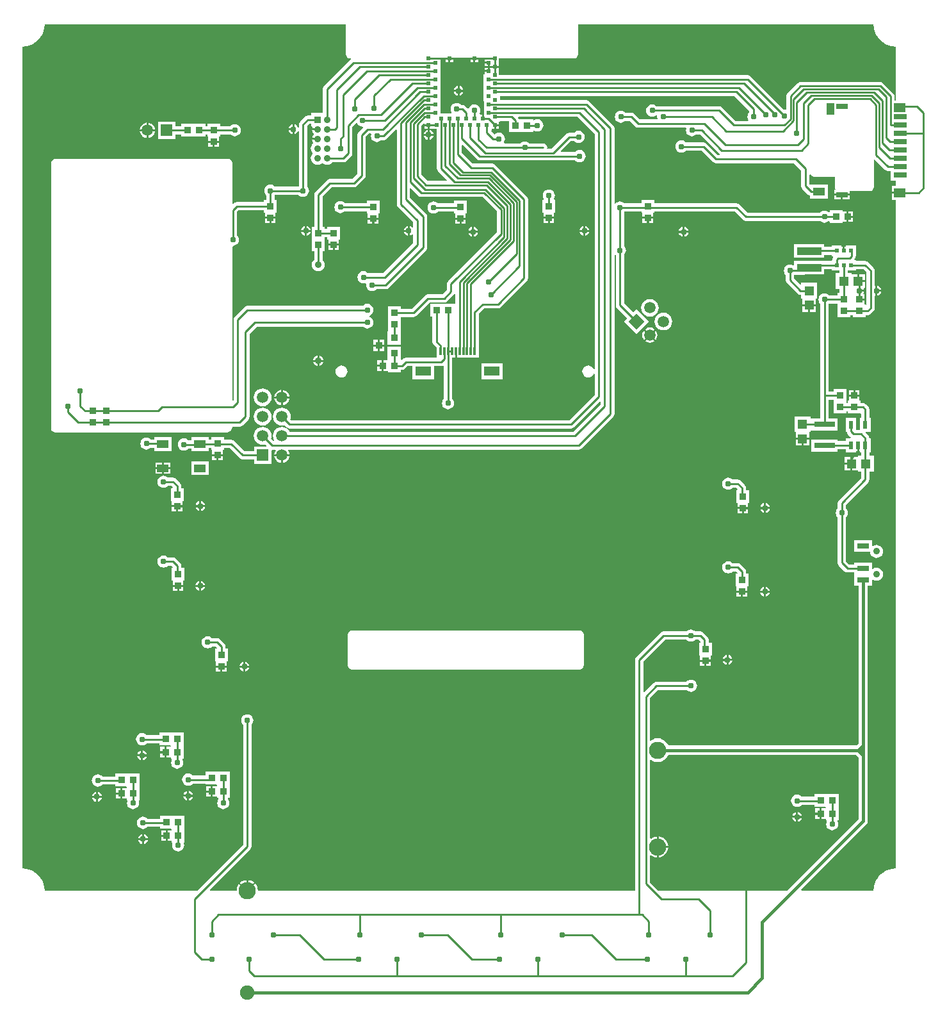
<source format=gbl>
G04 Layer_Physical_Order=2*
G04 Layer_Color=16711680*
%FSLAX25Y25*%
%MOIN*%
G70*
G01*
G75*
%ADD10C,0.00600*%
%ADD11R,0.03500X0.03500*%
%ADD13R,0.05906X0.03937*%
%ADD14C,0.01000*%
%ADD49R,0.05906X0.05906*%
%ADD50C,0.05906*%
%ADD51R,0.03600X0.03600*%
%ADD52C,0.03600*%
%ADD53C,0.03543*%
%ADD54C,0.09000*%
%ADD55C,0.07500*%
%ADD56P,0.08352X4X90.0*%
%ADD57R,0.05906X0.05906*%
%ADD58C,0.03100*%
%ADD59R,0.03500X0.03500*%
%ADD60R,0.02362X0.04134*%
%ADD61R,0.05000X0.05000*%
%ADD62R,0.05000X0.05000*%
%ADD63R,0.12598X0.03937*%
%ADD64R,0.01969X0.02362*%
%ADD65R,0.03800X0.03800*%
%ADD66R,0.10630X0.03150*%
%ADD67R,0.05906X0.02756*%
%ADD68R,0.06102X0.03937*%
%ADD69R,0.03937X0.06102*%
%ADD70R,0.05906X0.05118*%
%ADD71R,0.06890X0.02756*%
%ADD72R,0.05906X0.03150*%
%ADD73R,0.01969X0.01969*%
%ADD74R,0.01181X0.03937*%
%ADD75R,0.07874X0.05118*%
%ADD76C,0.01600*%
G36*
X300859Y623000D02*
X301022Y622181D01*
X301486Y621486D01*
X302181Y621022D01*
X303000Y620859D01*
X303278D01*
X303430Y620359D01*
X303132Y620160D01*
X289486Y606514D01*
X289022Y605819D01*
X288859Y605000D01*
Y592400D01*
X282600D01*
Y591141D01*
X281000D01*
X280181Y590978D01*
X279486Y590514D01*
X276986Y588014D01*
X276522Y587319D01*
X276359Y586500D01*
Y585143D01*
X276112Y585063D01*
X275859Y585060D01*
X275339Y585839D01*
X274495Y586402D01*
X274000Y586501D01*
Y584000D01*
Y581499D01*
X274495Y581598D01*
X275339Y582162D01*
X275859Y582940D01*
X276112Y582937D01*
X276359Y582857D01*
Y554327D01*
X276253Y554247D01*
X276172Y554141D01*
X263827D01*
X263747Y554247D01*
X263089Y554751D01*
X262322Y555069D01*
X261500Y555177D01*
X260678Y555069D01*
X259911Y554751D01*
X259253Y554247D01*
X258749Y553589D01*
X258431Y552822D01*
X258323Y552000D01*
X258431Y551178D01*
X258749Y550411D01*
X259253Y549753D01*
X259359Y549673D01*
Y547350D01*
X258150D01*
Y546141D01*
X244000D01*
X243181Y545978D01*
X242486Y545514D01*
X242103Y545131D01*
X241641Y545323D01*
Y565000D01*
Y566500D01*
X241478Y567319D01*
X241014Y568014D01*
X240319Y568478D01*
X239500Y568641D01*
X149500D01*
X148681Y568478D01*
X147986Y568014D01*
X147522Y567319D01*
X147359Y566500D01*
Y428500D01*
X147522Y427681D01*
X147986Y426986D01*
X148681Y426522D01*
X149500Y426359D01*
X239000D01*
X239819Y426522D01*
X240514Y426986D01*
X241014Y427486D01*
X241478Y428181D01*
X241641Y429000D01*
Y429359D01*
X245500D01*
X246319Y429522D01*
X247014Y429986D01*
X250014Y432986D01*
X250478Y433681D01*
X250641Y434500D01*
Y477613D01*
X254387Y481359D01*
X309672D01*
X309753Y481253D01*
X310411Y480749D01*
X311178Y480431D01*
X312000Y480323D01*
X312822Y480431D01*
X313589Y480749D01*
X314247Y481253D01*
X314752Y481911D01*
X315069Y482678D01*
X315177Y483500D01*
X315069Y484322D01*
X314752Y485089D01*
X314247Y485747D01*
X313589Y486251D01*
X313038Y486479D01*
Y487021D01*
X313589Y487249D01*
X314247Y487753D01*
X314752Y488411D01*
X315069Y489178D01*
X315177Y490000D01*
X315069Y490822D01*
X314752Y491589D01*
X314247Y492247D01*
X313589Y492752D01*
X312822Y493069D01*
X312000Y493177D01*
X311178Y493069D01*
X310411Y492752D01*
X309753Y492247D01*
X309672Y492141D01*
X249500D01*
X248681Y491978D01*
X247986Y491514D01*
X242986Y486514D01*
X242522Y485819D01*
X242359Y485000D01*
Y443029D01*
X242141Y442860D01*
X241641Y443104D01*
Y523008D01*
X242000Y523323D01*
X242822Y523431D01*
X243589Y523748D01*
X244247Y524253D01*
X244752Y524911D01*
X245069Y525678D01*
X245177Y526500D01*
X245069Y527322D01*
X244752Y528089D01*
X244247Y528747D01*
X244141Y528827D01*
Y541113D01*
X244887Y541859D01*
X258150D01*
Y540650D01*
X258750D01*
Y538500D01*
X261500D01*
X264250D01*
Y540650D01*
X264850D01*
Y547350D01*
X263641D01*
Y549673D01*
X263747Y549753D01*
X263827Y549859D01*
X276172D01*
X276253Y549753D01*
X276911Y549249D01*
X277678Y548931D01*
X278500Y548823D01*
X279322Y548931D01*
X280089Y549249D01*
X280747Y549753D01*
X281252Y550411D01*
X281569Y551178D01*
X281677Y552000D01*
X281569Y552822D01*
X281252Y553589D01*
X280747Y554247D01*
X280641Y554327D01*
Y585613D01*
X281887Y586859D01*
X282600D01*
Y585600D01*
X283091D01*
X283425Y585100D01*
X283272Y584731D01*
X283242Y584500D01*
X286000D01*
Y583500D01*
X283242D01*
X283272Y583269D01*
X283554Y582588D01*
X284003Y582003D01*
X284248Y581815D01*
Y581185D01*
X284003Y580997D01*
X283554Y580412D01*
X283272Y579731D01*
X283242Y579500D01*
X286000D01*
Y578500D01*
X283242D01*
X283272Y578269D01*
X283554Y577588D01*
X284003Y577003D01*
Y576753D01*
X283575Y576425D01*
X283030Y575715D01*
X282687Y574888D01*
X282571Y574000D01*
X282687Y573112D01*
X283030Y572285D01*
X283343Y571877D01*
X283537Y571500D01*
X283343Y571123D01*
X283030Y570715D01*
X282687Y569888D01*
X282571Y569000D01*
X282687Y568112D01*
X283030Y567285D01*
X283575Y566575D01*
X284285Y566030D01*
X285112Y565688D01*
X286000Y565571D01*
X286888Y565688D01*
X287715Y566030D01*
X288425Y566575D01*
X288877Y566343D01*
X289285Y566030D01*
X290112Y565688D01*
X291000Y565571D01*
X291888Y565688D01*
X292715Y566030D01*
X293425Y566575D01*
X293643Y566859D01*
X299500D01*
X300319Y567022D01*
X301014Y567486D01*
X303514Y569986D01*
X303978Y570681D01*
X304141Y571500D01*
Y585113D01*
X306193Y587165D01*
X306684Y587068D01*
X306749Y586911D01*
X307253Y586253D01*
X307911Y585748D01*
X308678Y585431D01*
X309500Y585323D01*
X309601Y585336D01*
X309835Y584863D01*
X307486Y582514D01*
X307022Y581819D01*
X306859Y581000D01*
Y560887D01*
X304113Y558141D01*
X292500D01*
X291681Y557978D01*
X290986Y557514D01*
X284986Y551514D01*
X284522Y550819D01*
X284359Y550000D01*
Y533350D01*
X283150D01*
Y526650D01*
Y520650D01*
X284359D01*
Y516107D01*
X284095Y515905D01*
X283555Y515200D01*
X283215Y514380D01*
X283099Y513500D01*
X283215Y512620D01*
X283555Y511800D01*
X284095Y511095D01*
X284800Y510555D01*
X285620Y510215D01*
X286500Y510099D01*
X287380Y510215D01*
X288200Y510555D01*
X288905Y511095D01*
X289445Y511800D01*
X289785Y512620D01*
X289901Y513500D01*
X289785Y514380D01*
X289445Y515200D01*
X288905Y515905D01*
X288641Y516107D01*
Y520650D01*
X289850D01*
Y526650D01*
Y527859D01*
X291150D01*
Y526650D01*
X291750D01*
Y524500D01*
X294500D01*
X297250D01*
Y526650D01*
X297850D01*
Y533350D01*
X291150D01*
Y532141D01*
X289850D01*
Y533350D01*
X288641D01*
Y549113D01*
X293387Y553859D01*
X305000D01*
X305819Y554022D01*
X306514Y554486D01*
X310514Y558486D01*
X310978Y559181D01*
X311141Y560000D01*
Y580113D01*
X312887Y581859D01*
X313703D01*
X313981Y581443D01*
X313931Y581322D01*
X313823Y580500D01*
X313931Y579678D01*
X314248Y578911D01*
X314753Y578253D01*
X315411Y577748D01*
X316178Y577431D01*
X317000Y577323D01*
X317822Y577431D01*
X318589Y577748D01*
X319247Y578253D01*
X319327Y578359D01*
X320500D01*
X321319Y578522D01*
X322014Y578986D01*
X326897Y583869D01*
X327359Y583677D01*
Y545000D01*
X327522Y544181D01*
X327986Y543486D01*
X335859Y535613D01*
Y533122D01*
X335380Y532977D01*
X335338Y533040D01*
X334495Y533603D01*
X334000Y533702D01*
Y531201D01*
Y528700D01*
X334495Y528799D01*
X335338Y529363D01*
X335380Y529425D01*
X335859Y529280D01*
Y524887D01*
X320113Y509141D01*
X312328D01*
X312247Y509247D01*
X311589Y509752D01*
X310822Y510069D01*
X310000Y510177D01*
X309178Y510069D01*
X308411Y509752D01*
X307753Y509247D01*
X307248Y508589D01*
X306931Y507822D01*
X306823Y507000D01*
X306931Y506178D01*
X307248Y505411D01*
X307753Y504753D01*
X308411Y504249D01*
X309178Y503931D01*
X310000Y503823D01*
X310822Y503931D01*
X310969Y503992D01*
X311052Y503962D01*
X311406Y503632D01*
X311323Y503000D01*
X311431Y502178D01*
X311749Y501411D01*
X312253Y500753D01*
X312911Y500248D01*
X313678Y499931D01*
X314500Y499823D01*
X315322Y499931D01*
X316089Y500248D01*
X316747Y500753D01*
X316828Y500859D01*
X321500D01*
X322319Y501022D01*
X323014Y501486D01*
X342614Y521086D01*
X343078Y521781D01*
X343241Y522600D01*
Y538400D01*
X343078Y539219D01*
X342614Y539914D01*
X334141Y548387D01*
Y553177D01*
X334603Y553369D01*
X338586Y549386D01*
X339281Y548922D01*
X340100Y548759D01*
X371950D01*
X379509Y541200D01*
Y530490D01*
X353986Y504967D01*
X353522Y504273D01*
X353359Y503453D01*
Y500387D01*
X351113Y498141D01*
X343500D01*
X342681Y497978D01*
X341986Y497514D01*
X335113Y490641D01*
X329350D01*
Y491850D01*
X322650D01*
Y485150D01*
Y479150D01*
X322500Y479000D01*
X322500D01*
Y472000D01*
X329500D01*
Y479000D01*
X329500D01*
X329350Y479150D01*
Y485150D01*
Y486359D01*
X336000D01*
X336819Y486522D01*
X337514Y486986D01*
X344387Y493859D01*
X352000D01*
X352819Y494022D01*
X353514Y494486D01*
X357014Y497986D01*
X357343Y498478D01*
X357843Y498326D01*
Y493367D01*
X357350Y493350D01*
Y493350D01*
X344650D01*
Y486650D01*
X345859D01*
Y473500D01*
X346022Y472681D01*
X346486Y471986D01*
X347952Y470520D01*
Y465141D01*
X332000D01*
X331181Y464978D01*
X330486Y464514D01*
X330000Y464028D01*
X329500Y464235D01*
Y471000D01*
X322500D01*
Y464000D01*
X322104Y463750D01*
X320500D01*
Y461000D01*
Y458250D01*
X322650D01*
Y457650D01*
X329350D01*
Y458859D01*
X330000D01*
X330819Y459022D01*
X331514Y459486D01*
X332887Y460859D01*
X335550D01*
Y453911D01*
X346624D01*
Y460859D01*
X350500D01*
X351319Y461022D01*
X351418Y461088D01*
X351859Y460852D01*
Y443827D01*
X351753Y443747D01*
X351249Y443089D01*
X350931Y442322D01*
X350823Y441500D01*
X350931Y440678D01*
X351249Y439911D01*
X351753Y439253D01*
X352411Y438749D01*
X353178Y438431D01*
X354000Y438323D01*
X354822Y438431D01*
X355589Y438749D01*
X356247Y439253D01*
X356751Y439911D01*
X357069Y440678D01*
X357177Y441500D01*
X357069Y442322D01*
X356751Y443089D01*
X356247Y443747D01*
X356141Y443827D01*
Y465132D01*
X370048D01*
Y472268D01*
X369999D01*
Y487971D01*
X372887Y490859D01*
X380000D01*
X380819Y491022D01*
X381514Y491486D01*
X395014Y504986D01*
X395478Y505681D01*
X395641Y506500D01*
Y547500D01*
X395478Y548319D01*
X395014Y549014D01*
X378514Y565514D01*
X377819Y565978D01*
X377000Y566141D01*
X366887D01*
X361184Y571844D01*
Y575635D01*
X361646Y575826D01*
X368986Y568486D01*
X369681Y568022D01*
X370500Y567859D01*
X420173D01*
X420253Y567753D01*
X420911Y567248D01*
X421678Y566931D01*
X422500Y566823D01*
X423322Y566931D01*
X424089Y567248D01*
X424747Y567753D01*
X425251Y568411D01*
X425569Y569178D01*
X425677Y570000D01*
X425569Y570822D01*
X425251Y571589D01*
X424747Y572247D01*
X424089Y572752D01*
X423322Y573069D01*
X422500Y573177D01*
X421678Y573069D01*
X420911Y572752D01*
X420253Y572247D01*
X420173Y572141D01*
X412822D01*
X412631Y572603D01*
X417887Y577859D01*
X419672D01*
X419753Y577753D01*
X420411Y577248D01*
X421178Y576931D01*
X422000Y576823D01*
X422822Y576931D01*
X423589Y577248D01*
X424247Y577753D01*
X424752Y578411D01*
X425069Y579178D01*
X425177Y580000D01*
X425069Y580822D01*
X424752Y581589D01*
X424247Y582247D01*
X423589Y582752D01*
X422822Y583069D01*
X422000Y583177D01*
X421178Y583069D01*
X420411Y582752D01*
X419753Y582247D01*
X419672Y582141D01*
X417000D01*
X416181Y581978D01*
X415486Y581514D01*
X407713Y573741D01*
X405884D01*
X405567Y574128D01*
X405641Y574500D01*
X405478Y575319D01*
X405014Y576014D01*
X404319Y576478D01*
X403500Y576641D01*
X396327D01*
X396247Y576747D01*
X395589Y577251D01*
X394822Y577569D01*
X394000Y577677D01*
X393178Y577569D01*
X392411Y577251D01*
X391753Y576747D01*
X391672Y576641D01*
X383291D01*
X383044Y577141D01*
X383252Y577411D01*
X383569Y578178D01*
X383677Y579000D01*
X383569Y579822D01*
X383252Y580589D01*
X382747Y581247D01*
X382089Y581751D01*
X381322Y582069D01*
X380500Y582177D01*
X379678Y582069D01*
X378911Y581751D01*
X378269Y581259D01*
X376448Y583080D01*
X376597Y583580D01*
X376785D01*
Y584180D01*
X378031D01*
Y586165D01*
X378531D01*
Y586665D01*
X380516D01*
Y587912D01*
X381116D01*
Y588355D01*
X385650D01*
Y582650D01*
X398350D01*
Y583114D01*
X398798Y583335D01*
X398911Y583249D01*
X399678Y582931D01*
X400500Y582823D01*
X401322Y582931D01*
X402089Y583249D01*
X402747Y583753D01*
X403252Y584411D01*
X403569Y585178D01*
X403677Y586000D01*
X403569Y586822D01*
X403252Y587589D01*
X402747Y588247D01*
X402089Y588752D01*
X401322Y589069D01*
X400500Y589177D01*
X399678Y589069D01*
X398911Y588752D01*
X398798Y588665D01*
X398350Y588886D01*
Y589350D01*
X390958D01*
X390514Y590014D01*
X390470Y590058D01*
X390662Y590520D01*
X421452D01*
X430359Y581613D01*
Y459298D01*
X429859Y459199D01*
X429708Y459563D01*
X429211Y460211D01*
X428563Y460708D01*
X427809Y461020D01*
X427000Y461127D01*
X426191Y461020D01*
X425437Y460708D01*
X424789Y460211D01*
X424292Y459563D01*
X423980Y458809D01*
X423873Y458000D01*
X423980Y457191D01*
X424292Y456437D01*
X424789Y455789D01*
X425437Y455292D01*
X426191Y454980D01*
X427000Y454873D01*
X427809Y454980D01*
X428563Y455292D01*
X429211Y455789D01*
X429708Y456437D01*
X429859Y456801D01*
X430359Y456702D01*
Y445887D01*
X417113Y432641D01*
X272387D01*
X271871Y433157D01*
X271936Y433312D01*
X272092Y434500D01*
X271936Y435688D01*
X271477Y436796D01*
X270747Y437747D01*
X269796Y438477D01*
X268689Y438936D01*
X267500Y439092D01*
X266312Y438936D01*
X265204Y438477D01*
X264253Y437747D01*
X263523Y436796D01*
X263064Y435688D01*
X262908Y434500D01*
X263064Y433312D01*
X263523Y432204D01*
X264253Y431253D01*
X265204Y430523D01*
X266312Y430064D01*
X267500Y429908D01*
X268689Y430064D01*
X268843Y430129D01*
X269986Y428986D01*
X270681Y428522D01*
X271500Y428359D01*
X418000D01*
X418819Y428522D01*
X419514Y428986D01*
X432897Y442369D01*
X433359Y442177D01*
Y440887D01*
X419113Y426641D01*
X271541D01*
X271477Y426796D01*
X270747Y427747D01*
X269796Y428477D01*
X268689Y428936D01*
X267500Y429092D01*
X266312Y428936D01*
X265204Y428477D01*
X264253Y427747D01*
X263523Y426796D01*
X263064Y425689D01*
X262908Y424500D01*
X263064Y423312D01*
X263523Y422204D01*
X263126Y421902D01*
X261871Y423157D01*
X261936Y423312D01*
X262092Y424500D01*
X261936Y425689D01*
X261477Y426796D01*
X260747Y427747D01*
X259796Y428477D01*
X258688Y428936D01*
X257500Y429092D01*
X256311Y428936D01*
X255204Y428477D01*
X254253Y427747D01*
X253523Y426796D01*
X253064Y425689D01*
X252908Y424500D01*
X253064Y423312D01*
X253523Y422204D01*
X254253Y421253D01*
X255204Y420523D01*
X256311Y420064D01*
X257500Y419908D01*
X258688Y420064D01*
X258843Y420129D01*
X259457Y419515D01*
X259266Y419053D01*
X252947D01*
Y416641D01*
X247887D01*
X242715Y421813D01*
X242020Y422277D01*
X241201Y422440D01*
X237350D01*
Y423850D01*
X230650D01*
Y422440D01*
X229418D01*
Y423868D01*
X220312D01*
Y422141D01*
X218828D01*
X218747Y422247D01*
X218089Y422752D01*
X217322Y423069D01*
X216500Y423177D01*
X215678Y423069D01*
X214911Y422752D01*
X214253Y422247D01*
X213749Y421589D01*
X213431Y420822D01*
X213323Y420000D01*
X213431Y419178D01*
X213749Y418411D01*
X214253Y417753D01*
X214911Y417248D01*
X215678Y416931D01*
X216500Y416823D01*
X217322Y416931D01*
X218089Y417248D01*
X218747Y417753D01*
X218828Y417859D01*
X220312D01*
Y416730D01*
X229418D01*
Y418158D01*
X230650D01*
Y417150D01*
X231250D01*
Y415000D01*
X234000D01*
X236750D01*
Y417150D01*
X237350D01*
Y418158D01*
X240314D01*
X245486Y412986D01*
X246181Y412522D01*
X247000Y412359D01*
X252947D01*
Y409947D01*
X262053D01*
Y417054D01*
X262439Y417371D01*
X262500Y417359D01*
X264081D01*
X264328Y416859D01*
X264047Y416493D01*
X263649Y415532D01*
X263579Y415000D01*
X267500D01*
Y414500D01*
D01*
Y415000D01*
X271421D01*
X271351Y415532D01*
X270953Y416493D01*
X270672Y416859D01*
X270919Y417359D01*
X422000D01*
X422819Y417522D01*
X423514Y417986D01*
X440014Y434486D01*
X440478Y435181D01*
X440641Y436000D01*
Y518410D01*
X441141Y518650D01*
X441359Y518476D01*
Y492500D01*
X441522Y491681D01*
X441986Y490986D01*
X447267Y485705D01*
X445561Y484000D01*
X452000Y477561D01*
X458439Y484000D01*
X452000Y490439D01*
X450295Y488733D01*
X445641Y493387D01*
Y518673D01*
X445747Y518753D01*
X446251Y519411D01*
X446569Y520178D01*
X446677Y521000D01*
X446569Y521822D01*
X446251Y522589D01*
X445747Y523247D01*
X445641Y523327D01*
Y540972D01*
X445747Y541052D01*
X445827Y541158D01*
X454650D01*
Y540650D01*
X455250D01*
Y538500D01*
X458000D01*
X460750D01*
Y540650D01*
X461350D01*
Y541158D01*
X503314D01*
X507486Y536986D01*
X508181Y536522D01*
X509000Y536359D01*
X547673D01*
X547753Y536253D01*
X548411Y535748D01*
X549178Y535431D01*
X550000Y535323D01*
X550822Y535431D01*
X551589Y535748D01*
X552150Y536179D01*
X552487Y536078D01*
X552650Y535958D01*
Y535150D01*
X559350D01*
Y535750D01*
X561500D01*
Y538500D01*
Y541250D01*
X559350D01*
Y541850D01*
X552650D01*
Y541042D01*
X552487Y540922D01*
X552150Y540821D01*
X551589Y541252D01*
X550822Y541569D01*
X550000Y541677D01*
X549178Y541569D01*
X548411Y541252D01*
X547753Y540747D01*
X547673Y540641D01*
X509887D01*
X505715Y544813D01*
X505020Y545277D01*
X504201Y545440D01*
X461350D01*
Y547350D01*
X454650D01*
Y545440D01*
X445827D01*
X445747Y545546D01*
X445089Y546051D01*
X444322Y546368D01*
X443500Y546476D01*
X442678Y546368D01*
X441911Y546051D01*
X441253Y545546D01*
X441141Y545399D01*
X440641Y545569D01*
Y584500D01*
X440478Y585319D01*
X440014Y586014D01*
X427522Y598506D01*
X426827Y598970D01*
X426008Y599133D01*
X381116D01*
Y600904D01*
Y601347D01*
X503125D01*
X510859Y593613D01*
Y592828D01*
X510753Y592747D01*
X510249Y592089D01*
X509931Y591322D01*
X509823Y590500D01*
X509931Y589678D01*
X510249Y588911D01*
X510365Y588759D01*
X510144Y588310D01*
X503718D01*
X496719Y595309D01*
X496024Y595773D01*
X495205Y595936D01*
X462622D01*
X462542Y596042D01*
X461884Y596547D01*
X461117Y596864D01*
X460295Y596972D01*
X459473Y596864D01*
X458706Y596547D01*
X458048Y596042D01*
X457544Y595384D01*
X457226Y594617D01*
X457118Y593795D01*
X457226Y592973D01*
X457544Y592206D01*
X458048Y591548D01*
X458706Y591044D01*
X459473Y590726D01*
X460295Y590618D01*
X461117Y590726D01*
X461884Y591044D01*
X462338Y591392D01*
X462858Y591243D01*
X462909Y591154D01*
X462823Y590500D01*
X462931Y589678D01*
X462981Y589557D01*
X462703Y589141D01*
X453887D01*
X451014Y592014D01*
X450319Y592478D01*
X449500Y592641D01*
X446327D01*
X446247Y592747D01*
X445589Y593252D01*
X444822Y593569D01*
X444000Y593677D01*
X443178Y593569D01*
X442411Y593252D01*
X441753Y592747D01*
X441249Y592089D01*
X440931Y591322D01*
X440823Y590500D01*
X440931Y589678D01*
X441249Y588911D01*
X441753Y588253D01*
X442411Y587748D01*
X443178Y587431D01*
X444000Y587323D01*
X444822Y587431D01*
X445589Y587748D01*
X446247Y588253D01*
X446327Y588359D01*
X448613D01*
X451486Y585486D01*
X452181Y585022D01*
X453000Y584859D01*
X477703D01*
X477981Y584443D01*
X477931Y584322D01*
X477823Y583500D01*
X477931Y582678D01*
X478249Y581911D01*
X478753Y581253D01*
X479411Y580749D01*
X480178Y580431D01*
X481000Y580323D01*
X481822Y580431D01*
X482589Y580749D01*
X483247Y581253D01*
X483327Y581359D01*
X485113D01*
X494986Y571486D01*
X495502Y571141D01*
X495350Y570641D01*
X494387D01*
X488514Y576514D01*
X487819Y576978D01*
X487000Y577141D01*
X477828D01*
X477747Y577247D01*
X477089Y577751D01*
X476322Y578069D01*
X475500Y578177D01*
X474678Y578069D01*
X473911Y577751D01*
X473253Y577247D01*
X472749Y576589D01*
X472431Y575822D01*
X472323Y575000D01*
X472431Y574178D01*
X472749Y573411D01*
X473253Y572753D01*
X473911Y572249D01*
X474678Y571931D01*
X475500Y571823D01*
X476322Y571931D01*
X477089Y572249D01*
X477747Y572753D01*
X477828Y572859D01*
X486113D01*
X491986Y566986D01*
X492681Y566522D01*
X493500Y566359D01*
X534113D01*
X537859Y562613D01*
Y554500D01*
X538022Y553681D01*
X538486Y552986D01*
X541486Y549986D01*
X542181Y549522D01*
X542325Y549493D01*
Y547931D01*
X551628D01*
Y555068D01*
X542459D01*
X542141Y555387D01*
Y560350D01*
X542641Y560502D01*
X542986Y559986D01*
X543681Y559522D01*
X544500Y559359D01*
X555359D01*
Y554000D01*
X555522Y553181D01*
X555632Y553016D01*
X555396Y552575D01*
X555079D01*
Y550500D01*
X559031D01*
X562984D01*
Y551859D01*
X573500D01*
X574319Y552022D01*
X575014Y552486D01*
X575478Y553181D01*
X575641Y554000D01*
Y568178D01*
X576103Y568369D01*
X581470Y563002D01*
X582165Y562538D01*
X582984Y562375D01*
X584455D01*
Y561538D01*
Y557207D01*
X587000D01*
Y554492D01*
X585047D01*
Y551433D01*
X589000D01*
Y550433D01*
X585047D01*
Y547374D01*
X587000D01*
Y199435D01*
X585211Y199294D01*
X583466Y198876D01*
X581809Y198189D01*
X580278Y197251D01*
X578914Y196086D01*
X577749Y194721D01*
X576811Y193192D01*
X576124Y191534D01*
X575705Y189789D01*
X575565Y188000D01*
X538114D01*
X537922Y188462D01*
X571840Y222380D01*
X572371Y223174D01*
X572557Y224110D01*
Y346664D01*
X574663D01*
Y349572D01*
X575111Y349794D01*
X575300Y349649D01*
X576120Y349309D01*
X577000Y349193D01*
X577880Y349309D01*
X578700Y349649D01*
X579405Y350189D01*
X579945Y350894D01*
X580285Y351714D01*
X580401Y352594D01*
X580285Y353474D01*
X579945Y354294D01*
X579405Y354999D01*
X578700Y355539D01*
X577880Y355879D01*
X577000Y355995D01*
X576120Y355879D01*
X575300Y355539D01*
X575111Y355395D01*
X574663Y355616D01*
Y358525D01*
X565557D01*
Y357688D01*
X562840D01*
X561141Y359387D01*
Y382172D01*
X561247Y382253D01*
X561752Y382911D01*
X562069Y383678D01*
X562177Y384500D01*
X562069Y385322D01*
X561752Y386089D01*
X561247Y386747D01*
X561141Y386827D01*
Y388613D01*
X572754Y400226D01*
X573218Y400921D01*
X573381Y401740D01*
Y405900D01*
X575600D01*
Y414100D01*
X573381D01*
Y416018D01*
X574021D01*
Y423352D01*
X573363D01*
X573218Y424079D01*
X572754Y424774D01*
X571342Y426186D01*
X571533Y426648D01*
X574021D01*
Y433982D01*
X573381D01*
Y438260D01*
X573218Y439079D01*
X572754Y439774D01*
X571514Y441014D01*
X570819Y441478D01*
X570000Y441641D01*
X568850D01*
Y442850D01*
X568250D01*
Y445000D01*
X565500D01*
X562750D01*
Y442850D01*
X562150D01*
Y441641D01*
X561350D01*
Y442150D01*
Y448850D01*
X554650D01*
Y447641D01*
X552141D01*
Y493173D01*
X552247Y493253D01*
X552327Y493359D01*
X556650D01*
Y492150D01*
Y486150D01*
X563350D01*
Y487359D01*
X564650D01*
Y486150D01*
X571350D01*
Y487359D01*
X572500D01*
X573319Y487522D01*
X574014Y487986D01*
X575514Y489486D01*
X575978Y490181D01*
X576141Y491000D01*
Y497177D01*
X576500Y497471D01*
Y500000D01*
Y502529D01*
X576141Y502823D01*
Y510500D01*
X575978Y511319D01*
X575514Y512014D01*
X572754Y514774D01*
X572059Y515238D01*
X571240Y515401D01*
X566324D01*
Y516041D01*
X565698D01*
X565648Y516161D01*
X565551Y516541D01*
X565978Y517181D01*
X566133Y517959D01*
X566324D01*
Y523521D01*
X561156D01*
Y522921D01*
X560500D01*
Y520740D01*
X559500D01*
Y522921D01*
X558844D01*
Y523521D01*
X553676D01*
Y522881D01*
X549899D01*
Y524230D01*
X534101D01*
Y517093D01*
X549899D01*
Y518599D01*
X553676D01*
Y517959D01*
X554268D01*
X554535Y517459D01*
X554282Y517079D01*
X554119Y516260D01*
Y516041D01*
X553676D01*
Y515401D01*
X549899D01*
Y515568D01*
X534101D01*
Y513424D01*
X533652Y513203D01*
X533589Y513251D01*
X532822Y513569D01*
X532000Y513677D01*
X531178Y513569D01*
X530411Y513251D01*
X529753Y512747D01*
X529249Y512089D01*
X528931Y511322D01*
X528823Y510500D01*
X528931Y509678D01*
X529249Y508911D01*
X529753Y508253D01*
X529859Y508173D01*
Y505500D01*
X530022Y504681D01*
X530486Y503986D01*
X535986Y498486D01*
X536681Y498022D01*
X537500Y497859D01*
X537900D01*
Y495900D01*
X538500D01*
Y493000D01*
X542000D01*
X545500D01*
Y495900D01*
X546100D01*
Y504100D01*
X537900D01*
Y503281D01*
X537438Y503090D01*
X534141Y506387D01*
Y508173D01*
X534247Y508253D01*
X534328Y508359D01*
X539500D01*
X539865Y508431D01*
X549899D01*
Y511119D01*
X553676D01*
Y510479D01*
X557416D01*
Y510479D01*
X557859D01*
Y509100D01*
X555900D01*
Y500900D01*
X557859D01*
Y498850D01*
X556650D01*
Y497641D01*
X552327D01*
X552247Y497747D01*
X551589Y498251D01*
X550822Y498569D01*
X550000Y498677D01*
X549178Y498569D01*
X548411Y498251D01*
X547753Y497747D01*
X547249Y497089D01*
X546931Y496322D01*
X546823Y495500D01*
X546931Y494678D01*
X547249Y493911D01*
X547753Y493253D01*
X547859Y493173D01*
Y445500D01*
Y433687D01*
X543085D01*
X543085Y433687D01*
Y433687D01*
X542600Y433723D01*
Y434600D01*
X534400D01*
Y426400D01*
X535000D01*
Y423500D01*
X538500D01*
X542000D01*
Y426400D01*
X542600D01*
Y427301D01*
X543085Y427337D01*
X543085Y427337D01*
X543085Y427337D01*
X556915D01*
Y433687D01*
X552141D01*
Y443359D01*
X554650D01*
Y442150D01*
Y436150D01*
X561350D01*
Y437359D01*
X562150D01*
Y436150D01*
X568850D01*
X569099Y435753D01*
Y433982D01*
X568459D01*
Y427641D01*
X566541D01*
Y433982D01*
X560979D01*
Y426648D01*
X561637D01*
X561782Y425921D01*
X562246Y425226D01*
X563486Y423986D01*
X563687Y423852D01*
X563535Y423352D01*
X560979D01*
Y421826D01*
X556915D01*
Y422663D01*
X543085D01*
Y416313D01*
X556915D01*
Y417544D01*
X560979D01*
Y416018D01*
X566541D01*
Y416618D01*
X567000D01*
Y419685D01*
X568000D01*
Y416618D01*
X568459D01*
Y416018D01*
X569099D01*
Y414100D01*
X567400D01*
Y413500D01*
X564500D01*
Y410000D01*
Y406500D01*
X567400D01*
Y405900D01*
X569099D01*
Y402627D01*
X557486Y391014D01*
X557022Y390319D01*
X556859Y389500D01*
Y386827D01*
X556753Y386747D01*
X556249Y386089D01*
X555931Y385322D01*
X555823Y384500D01*
X555931Y383678D01*
X556249Y382911D01*
X556753Y382253D01*
X556859Y382172D01*
Y358500D01*
X557022Y357681D01*
X557486Y356986D01*
X560439Y354033D01*
X561134Y353569D01*
X561953Y353406D01*
X565557D01*
Y352569D01*
Y346664D01*
X567663D01*
Y264360D01*
X566805Y263502D01*
X468727D01*
X468215Y264460D01*
X467452Y265389D01*
X466523Y266151D01*
X465464Y266718D01*
X464314Y267067D01*
X463118Y267184D01*
X461922Y267067D01*
X460772Y266718D01*
X459713Y266151D01*
X459593Y266054D01*
X459141Y266267D01*
Y288113D01*
X463387Y292359D01*
X478172D01*
X478253Y292253D01*
X478911Y291748D01*
X479678Y291431D01*
X480500Y291323D01*
X481322Y291431D01*
X482089Y291748D01*
X482747Y292253D01*
X483251Y292911D01*
X483569Y293678D01*
X483677Y294500D01*
X483569Y295322D01*
X483251Y296089D01*
X482747Y296747D01*
X482089Y297252D01*
X481322Y297569D01*
X480500Y297677D01*
X479678Y297569D01*
X478911Y297252D01*
X478253Y296747D01*
X478172Y296641D01*
X462500D01*
X461681Y296478D01*
X460986Y296014D01*
X456103Y291131D01*
X455641Y291322D01*
Y307113D01*
X467033Y318505D01*
X478026D01*
X478107Y318399D01*
X478765Y317895D01*
X479532Y317577D01*
X480354Y317469D01*
X481176Y317577D01*
X481943Y317895D01*
X482601Y318399D01*
X482682Y318505D01*
X484467D01*
X485359Y317613D01*
Y316850D01*
X484650D01*
Y310150D01*
X485250D01*
Y308000D01*
X488000D01*
X490750D01*
Y310150D01*
X491350D01*
Y316850D01*
X489641D01*
Y318500D01*
X489478Y319319D01*
X489014Y320014D01*
X486868Y322160D01*
X486173Y322624D01*
X485354Y322787D01*
X482682D01*
X482601Y322893D01*
X481943Y323397D01*
X481176Y323715D01*
X480354Y323823D01*
X479532Y323715D01*
X478765Y323397D01*
X478107Y322893D01*
X478026Y322787D01*
X466146D01*
X465327Y322624D01*
X464632Y322160D01*
X451986Y309514D01*
X451522Y308819D01*
X451359Y308000D01*
Y188000D01*
X255047D01*
X254858Y189436D01*
X254304Y190774D01*
X253423Y191923D01*
X252274Y192804D01*
X250936Y193358D01*
X250000Y193482D01*
Y188000D01*
X249000D01*
Y193482D01*
X248064Y193358D01*
X246726Y192804D01*
X245577Y191923D01*
X244696Y190774D01*
X244142Y189436D01*
X243952Y188000D01*
X230181D01*
X229990Y188462D01*
X251014Y209486D01*
X251478Y210181D01*
X251641Y211000D01*
Y274172D01*
X251747Y274253D01*
X252252Y274911D01*
X252569Y275678D01*
X252677Y276500D01*
X252569Y277322D01*
X252252Y278089D01*
X251747Y278747D01*
X251089Y279252D01*
X250322Y279569D01*
X249500Y279677D01*
X248678Y279569D01*
X247911Y279252D01*
X247253Y278747D01*
X246748Y278089D01*
X246431Y277322D01*
X246323Y276500D01*
X246431Y275678D01*
X246748Y274911D01*
X247253Y274253D01*
X247359Y274172D01*
Y211887D01*
X223472Y188000D01*
X143935D01*
X143795Y189789D01*
X143376Y191534D01*
X142689Y193192D01*
X141751Y194721D01*
X140586Y196086D01*
X139222Y197251D01*
X137691Y198189D01*
X136034Y198876D01*
X134289Y199294D01*
X132500Y199435D01*
Y627065D01*
X134289Y627206D01*
X136034Y627624D01*
X137691Y628311D01*
X139222Y629249D01*
X140586Y630414D01*
X141751Y631778D01*
X142689Y633309D01*
X143376Y634966D01*
X143795Y636711D01*
X143935Y638500D01*
X300859D01*
Y623000D01*
D02*
G37*
G36*
X575705Y636711D02*
X576124Y634966D01*
X576811Y633309D01*
X577749Y631778D01*
X578914Y630414D01*
X580278Y629249D01*
X581809Y628311D01*
X583466Y627624D01*
X585211Y627206D01*
X587000Y627065D01*
Y598783D01*
X586472D01*
Y601169D01*
X586309Y601989D01*
X585845Y602683D01*
X580514Y608014D01*
X579819Y608478D01*
X579000Y608641D01*
X537500D01*
X536681Y608478D01*
X535986Y608014D01*
X530786Y602814D01*
X530322Y602119D01*
X530159Y601300D01*
Y594408D01*
X529659Y594090D01*
X529000Y594177D01*
X528868Y594160D01*
X511530Y611498D01*
X510835Y611962D01*
X510016Y612125D01*
X380516D01*
Y614135D01*
X380516D01*
Y614496D01*
X380516D01*
Y615980D01*
X378531D01*
Y616980D01*
X380516D01*
Y618465D01*
X380516D01*
Y618826D01*
X380516D01*
Y620859D01*
X419500D01*
X420319Y621022D01*
X421014Y621486D01*
X421478Y622181D01*
X421641Y623000D01*
Y638500D01*
X575565D01*
X575705Y636711D01*
D02*
G37*
G36*
X341901Y586906D02*
Y586665D01*
X343886D01*
Y585665D01*
X341901D01*
Y584180D01*
X343669D01*
X343714Y583721D01*
X343716Y583697D01*
X343718Y583683D01*
X343718Y583680D01*
X343632Y583663D01*
X343580Y583653D01*
X343112Y583560D01*
X342891Y583516D01*
X342048Y582952D01*
X341484Y582109D01*
X341386Y581614D01*
X346387D01*
X346288Y582109D01*
X345724Y582952D01*
X344881Y583516D01*
X344660Y583560D01*
X344192Y583653D01*
X344135Y583664D01*
X344054Y583680D01*
X344055Y583683D01*
X344056Y583697D01*
X344058Y583721D01*
X344104Y584180D01*
X345870D01*
Y584180D01*
X346233D01*
Y584180D01*
X348241D01*
Y563618D01*
X348404Y562799D01*
X348868Y562104D01*
X353369Y557603D01*
X353178Y557141D01*
X343387D01*
X340141Y560387D01*
Y585799D01*
X341440Y587098D01*
X341901Y586906D01*
D02*
G37*
G36*
X567663Y257295D02*
Y225124D01*
X530539Y188000D01*
X463528D01*
X459141Y192387D01*
Y206150D01*
X459641Y206396D01*
X460344Y205857D01*
X461682Y205303D01*
X462618Y205179D01*
Y210661D01*
Y216143D01*
X461682Y216019D01*
X460344Y215465D01*
X459641Y214926D01*
X459141Y215172D01*
Y255843D01*
X459593Y256056D01*
X459713Y255959D01*
X460772Y255392D01*
X461922Y255043D01*
X463118Y254925D01*
X464314Y255043D01*
X465464Y255392D01*
X466523Y255959D01*
X467452Y256721D01*
X468215Y257650D01*
X468727Y258608D01*
X566494D01*
X567663Y257295D01*
D02*
G37*
G36*
X571859Y509613D02*
Y492416D01*
X571850Y492410D01*
X571350Y492677D01*
Y492850D01*
X570750D01*
Y495000D01*
X568000D01*
Y496000D01*
X570750D01*
Y498250D01*
X570428D01*
X570192Y498691D01*
X570402Y499005D01*
X570501Y499500D01*
X568000D01*
Y500500D01*
X570501D01*
X570402Y500995D01*
X570359Y501059D01*
X570595Y501500D01*
X571000D01*
Y504500D01*
X567500D01*
Y505000D01*
X567000D01*
Y508500D01*
X564100D01*
Y509100D01*
X562141D01*
Y510479D01*
X562584D01*
Y510479D01*
X566324D01*
Y511119D01*
X570353D01*
X571859Y509613D01*
D02*
G37*
G36*
X570110Y257000D02*
X566500Y261055D01*
X566665D01*
X570110Y264500D01*
Y257000D01*
D02*
G37*
G36*
X373004Y620631D02*
Y619146D01*
X374988D01*
Y618146D01*
X373004D01*
Y616662D01*
X373004D01*
Y616299D01*
X373004D01*
Y614815D01*
X374988D01*
Y613815D01*
X373004D01*
Y612569D01*
X372404D01*
Y607400D01*
Y603069D01*
Y598738D01*
Y594408D01*
Y591693D01*
X370693D01*
X370447Y592194D01*
X370457Y592206D01*
X370774Y592973D01*
X370882Y593795D01*
X370774Y594617D01*
X370457Y595384D01*
X369952Y596042D01*
X369294Y596547D01*
X368527Y596864D01*
X367705Y596972D01*
X366883Y596864D01*
X366116Y596547D01*
X365458Y596042D01*
X364953Y595384D01*
X364777Y594958D01*
X364187Y594841D01*
X363014Y596014D01*
X362319Y596478D01*
X361500Y596641D01*
X360827D01*
X360747Y596747D01*
X360089Y597252D01*
X359322Y597569D01*
X358500Y597677D01*
X357678Y597569D01*
X356911Y597252D01*
X356253Y596747D01*
X355749Y596089D01*
X355431Y595322D01*
X355323Y594500D01*
X355431Y593678D01*
X355749Y592911D01*
X355878Y592742D01*
X355657Y592294D01*
X350013D01*
Y594408D01*
Y598738D01*
Y603069D01*
Y607400D01*
Y611730D01*
Y616061D01*
Y620859D01*
X352729D01*
Y618826D01*
X354213D01*
Y620811D01*
X355213D01*
Y618826D01*
X356698D01*
Y620859D01*
X365721D01*
Y618826D01*
X367205D01*
Y620811D01*
X368205D01*
Y618826D01*
X369689D01*
Y620859D01*
X372598D01*
X373004Y620631D01*
D02*
G37*
%LPC*%
G36*
X224500Y346000D02*
X222499D01*
X222598Y345505D01*
X223162Y344661D01*
X224005Y344098D01*
X224500Y344000D01*
Y346000D01*
D02*
G37*
G36*
X216250D02*
X214000D01*
Y343750D01*
X216250D01*
Y346000D01*
D02*
G37*
G36*
X227501D02*
X225500D01*
Y344000D01*
X225995Y344098D01*
X226838Y344661D01*
X227402Y345505D01*
X227501Y346000D01*
D02*
G37*
G36*
X205854Y362323D02*
X205032Y362215D01*
X204265Y361897D01*
X203607Y361393D01*
X203102Y360735D01*
X202785Y359968D01*
X202677Y359146D01*
X202785Y358324D01*
X203102Y357557D01*
X203607Y356899D01*
X204265Y356395D01*
X205032Y356077D01*
X205854Y355969D01*
X206676Y356077D01*
X207443Y356395D01*
X208101Y356899D01*
X208182Y357005D01*
X209967D01*
X210622Y356350D01*
X210415Y355850D01*
X210150D01*
Y349150D01*
X210750D01*
Y347000D01*
X213500D01*
X216250D01*
Y349150D01*
X216850D01*
Y355850D01*
X215141D01*
Y357000D01*
X214978Y357819D01*
X214514Y358514D01*
X212368Y360660D01*
X211673Y361124D01*
X210854Y361287D01*
X208182D01*
X208101Y361393D01*
X207443Y361897D01*
X206676Y362215D01*
X205854Y362323D01*
D02*
G37*
G36*
X224500Y349001D02*
X224005Y348902D01*
X223162Y348339D01*
X222598Y347495D01*
X222499Y347000D01*
X224500D01*
Y349001D01*
D02*
G37*
G36*
X225500D02*
Y347000D01*
X227501D01*
X227402Y347495D01*
X226838Y348339D01*
X225995Y348902D01*
X225500Y349001D01*
D02*
G37*
G36*
X499854Y359323D02*
X499032Y359215D01*
X498265Y358897D01*
X497607Y358393D01*
X497102Y357735D01*
X496785Y356968D01*
X496677Y356146D01*
X496785Y355324D01*
X497102Y354557D01*
X497607Y353899D01*
X498265Y353395D01*
X499032Y353077D01*
X499854Y352969D01*
X500676Y353077D01*
X501443Y353395D01*
X502101Y353899D01*
X502181Y354005D01*
X503967D01*
X504622Y353350D01*
X504415Y352850D01*
X503650D01*
Y346150D01*
X504250D01*
Y344000D01*
X507000D01*
X509750D01*
Y346150D01*
X510350D01*
Y352850D01*
X509141D01*
Y354000D01*
X508978Y354819D01*
X508514Y355514D01*
X506368Y357660D01*
X505673Y358124D01*
X504854Y358287D01*
X502181D01*
X502101Y358393D01*
X501443Y358897D01*
X500676Y359215D01*
X499854Y359323D01*
D02*
G37*
G36*
X518500Y346001D02*
X518005Y345902D01*
X517162Y345339D01*
X516598Y344495D01*
X516500Y344000D01*
X518500D01*
Y346001D01*
D02*
G37*
G36*
X519500D02*
Y344000D01*
X521500D01*
X521402Y344495D01*
X520838Y345339D01*
X519995Y345902D01*
X519500Y346001D01*
D02*
G37*
G36*
X502001Y307500D02*
X500000D01*
Y305500D01*
X500495Y305598D01*
X501338Y306161D01*
X501902Y307005D01*
X502001Y307500D01*
D02*
G37*
G36*
X499000Y310501D02*
X498505Y310402D01*
X497661Y309839D01*
X497098Y308995D01*
X497000Y308500D01*
X499000D01*
Y310501D01*
D02*
G37*
G36*
Y307500D02*
X497000D01*
X497098Y307005D01*
X497661Y306161D01*
X498505Y305598D01*
X499000Y305500D01*
Y307500D01*
D02*
G37*
G36*
X247500Y307000D02*
X247005Y306902D01*
X246162Y306339D01*
X245598Y305495D01*
X245499Y305000D01*
X247500D01*
Y307000D01*
D02*
G37*
G36*
X248500D02*
Y305000D01*
X250500D01*
X250402Y305495D01*
X249838Y306339D01*
X248995Y306902D01*
X248500Y307000D01*
D02*
G37*
G36*
X500000Y310501D02*
Y308500D01*
X502001D01*
X501902Y308995D01*
X501338Y309839D01*
X500495Y310402D01*
X500000Y310501D01*
D02*
G37*
G36*
X521500Y343000D02*
X519500D01*
Y341000D01*
X519995Y341098D01*
X520838Y341662D01*
X521402Y342505D01*
X521500Y343000D01*
D02*
G37*
G36*
X213000Y346000D02*
X210750D01*
Y343750D01*
X213000D01*
Y346000D01*
D02*
G37*
G36*
X518500Y343000D02*
X516500D01*
X516598Y342505D01*
X517162Y341662D01*
X518005Y341098D01*
X518500Y341000D01*
Y343000D01*
D02*
G37*
G36*
X506500D02*
X504250D01*
Y340750D01*
X506500D01*
Y343000D01*
D02*
G37*
G36*
X509750D02*
X507500D01*
Y340750D01*
X509750D01*
Y343000D01*
D02*
G37*
G36*
X229418Y411270D02*
X220312D01*
Y404133D01*
X229418D01*
Y411270D01*
D02*
G37*
G36*
X205073Y407201D02*
X201620D01*
Y404733D01*
X205073D01*
Y407201D01*
D02*
G37*
G36*
X225500Y390500D02*
Y388500D01*
X227501D01*
X227402Y388995D01*
X226838Y389839D01*
X225995Y390402D01*
X225500Y390500D01*
D02*
G37*
G36*
X205854Y403823D02*
X205032Y403715D01*
X204265Y403398D01*
X203607Y402893D01*
X203102Y402235D01*
X202785Y401468D01*
X202677Y400646D01*
X202785Y399824D01*
X203102Y399057D01*
X203607Y398399D01*
X204265Y397895D01*
X205032Y397577D01*
X205854Y397469D01*
X206676Y397577D01*
X207443Y397895D01*
X208101Y398399D01*
X208182Y398505D01*
X209967D01*
X210622Y397850D01*
X210415Y397350D01*
X209650D01*
Y390650D01*
X210250D01*
Y388500D01*
X213000D01*
X215750D01*
Y390650D01*
X216350D01*
Y397350D01*
X215141D01*
Y398500D01*
X214978Y399319D01*
X214514Y400014D01*
X212368Y402160D01*
X211673Y402624D01*
X210854Y402787D01*
X208182D01*
X208101Y402893D01*
X207443Y403398D01*
X206676Y403715D01*
X205854Y403823D01*
D02*
G37*
G36*
X224500Y390500D02*
X224005Y390402D01*
X223162Y389839D01*
X222598Y388995D01*
X222499Y388500D01*
X224500D01*
Y390500D01*
D02*
G37*
G36*
X209526Y407201D02*
X206073D01*
Y404733D01*
X209526D01*
Y407201D01*
D02*
G37*
G36*
X563500Y413500D02*
X560500D01*
Y410500D01*
X563500D01*
Y413500D01*
D02*
G37*
G36*
X267000Y414000D02*
X263579D01*
X263649Y413468D01*
X264047Y412507D01*
X264681Y411681D01*
X265507Y411047D01*
X266468Y410649D01*
X267000Y410579D01*
Y414000D01*
D02*
G37*
G36*
X209526Y410670D02*
X206073D01*
Y408201D01*
X209526D01*
Y410670D01*
D02*
G37*
G36*
X563500Y409500D02*
X560500D01*
Y406500D01*
X563500D01*
Y409500D01*
D02*
G37*
G36*
X205073Y410670D02*
X201620D01*
Y408201D01*
X205073D01*
Y410670D01*
D02*
G37*
G36*
X519500Y389500D02*
Y387500D01*
X521500D01*
X521402Y387995D01*
X520838Y388839D01*
X519995Y389402D01*
X519500Y389500D01*
D02*
G37*
G36*
X518500Y386500D02*
X516500D01*
X516598Y386005D01*
X517162Y385161D01*
X518005Y384598D01*
X518500Y384500D01*
Y386500D01*
D02*
G37*
G36*
X521500D02*
X519500D01*
Y384500D01*
X519995Y384598D01*
X520838Y385161D01*
X521402Y386005D01*
X521500Y386500D01*
D02*
G37*
G36*
X510250D02*
X508000D01*
Y384250D01*
X510250D01*
Y386500D01*
D02*
G37*
G36*
X574663Y370336D02*
X565557D01*
Y364380D01*
X573603D01*
X573715Y363526D01*
X574055Y362706D01*
X574595Y362001D01*
X575300Y361461D01*
X576120Y361121D01*
X577000Y361005D01*
X577880Y361121D01*
X578700Y361461D01*
X579405Y362001D01*
X579945Y362706D01*
X580285Y363526D01*
X580401Y364406D01*
X580285Y365286D01*
X579945Y366106D01*
X579405Y366811D01*
X578700Y367351D01*
X577880Y367691D01*
X577000Y367807D01*
X576120Y367691D01*
X575300Y367351D01*
X575111Y367207D01*
X574663Y367428D01*
Y370336D01*
D02*
G37*
G36*
X507000Y386500D02*
X504750D01*
Y384250D01*
X507000D01*
Y386500D01*
D02*
G37*
G36*
X212500Y387500D02*
X210250D01*
Y385250D01*
X212500D01*
Y387500D01*
D02*
G37*
G36*
X499854Y402823D02*
X499032Y402715D01*
X498265Y402397D01*
X497607Y401893D01*
X497102Y401235D01*
X496785Y400468D01*
X496677Y399646D01*
X496785Y398824D01*
X497102Y398057D01*
X497607Y397399D01*
X498265Y396895D01*
X499032Y396577D01*
X499854Y396469D01*
X500676Y396577D01*
X501443Y396895D01*
X502101Y397399D01*
X502181Y397505D01*
X503967D01*
X504622Y396850D01*
X504415Y396350D01*
X504150D01*
Y389650D01*
X504750D01*
Y387500D01*
X507500D01*
X510250D01*
Y389650D01*
X510850D01*
Y396350D01*
X509141D01*
Y397500D01*
X508978Y398319D01*
X508514Y399014D01*
X506368Y401160D01*
X505673Y401624D01*
X504854Y401787D01*
X502181D01*
X502101Y401893D01*
X501443Y402397D01*
X500676Y402715D01*
X499854Y402823D01*
D02*
G37*
G36*
X518500Y389500D02*
X518005Y389402D01*
X517162Y388839D01*
X516598Y387995D01*
X516500Y387500D01*
X518500D01*
Y389500D01*
D02*
G37*
G36*
X227501Y387500D02*
X225500D01*
Y385500D01*
X225995Y385598D01*
X226838Y386161D01*
X227402Y387005D01*
X227501Y387500D01*
D02*
G37*
G36*
X215750D02*
X213500D01*
Y385250D01*
X215750D01*
Y387500D01*
D02*
G37*
G36*
X224500D02*
X222499D01*
X222598Y387005D01*
X223162Y386161D01*
X224005Y385598D01*
X224500Y385500D01*
Y387500D01*
D02*
G37*
G36*
X228854Y320323D02*
X228032Y320215D01*
X227265Y319898D01*
X226607Y319393D01*
X226102Y318735D01*
X225785Y317968D01*
X225677Y317146D01*
X225785Y316324D01*
X226102Y315557D01*
X226607Y314899D01*
X227265Y314394D01*
X228032Y314077D01*
X228854Y313969D01*
X229676Y314077D01*
X230443Y314394D01*
X231101Y314899D01*
X231182Y315005D01*
X232967D01*
X233622Y314350D01*
X233415Y313850D01*
X232650D01*
Y307150D01*
X233250D01*
Y305000D01*
X236000D01*
X238750D01*
Y307150D01*
X239350D01*
Y313850D01*
X238141D01*
Y315000D01*
X237978Y315819D01*
X237514Y316514D01*
X235368Y318660D01*
X234673Y319124D01*
X233854Y319287D01*
X231182D01*
X231101Y319393D01*
X230443Y319898D01*
X229676Y320215D01*
X228854Y320323D01*
D02*
G37*
G36*
X547500Y230750D02*
X545250D01*
Y228500D01*
X547500D01*
Y230750D01*
D02*
G37*
G36*
X170732Y236268D02*
X168731D01*
X168830Y235773D01*
X169394Y234930D01*
X170237Y234366D01*
X170732Y234267D01*
Y236268D01*
D02*
G37*
G36*
X536232Y228768D02*
Y226768D01*
X538233D01*
X538134Y227263D01*
X537570Y228106D01*
X536727Y228670D01*
X536232Y228768D01*
D02*
G37*
G36*
X216850Y226850D02*
X204150D01*
Y225373D01*
X197559D01*
X197479Y225479D01*
X196821Y225984D01*
X196054Y226301D01*
X195232Y226409D01*
X194410Y226301D01*
X193643Y225984D01*
X192985Y225479D01*
X192481Y224821D01*
X192163Y224054D01*
X192055Y223232D01*
X192163Y222410D01*
X192481Y221643D01*
X192985Y220985D01*
X193643Y220480D01*
X194410Y220163D01*
X195232Y220055D01*
X196054Y220163D01*
X196821Y220480D01*
X197479Y220985D01*
X197559Y221091D01*
X204150D01*
Y220150D01*
X209774D01*
X210150Y219850D01*
Y219250D01*
X208000D01*
Y216500D01*
Y213750D01*
X210150D01*
Y213150D01*
X210233D01*
X210567Y212650D01*
X210431Y212322D01*
X210323Y211500D01*
X210431Y210678D01*
X210749Y209911D01*
X211253Y209253D01*
X211911Y208749D01*
X212678Y208431D01*
X213500Y208323D01*
X214322Y208431D01*
X215089Y208749D01*
X215747Y209253D01*
X216251Y209911D01*
X216569Y210678D01*
X216677Y211500D01*
X216569Y212322D01*
X216433Y212650D01*
X216767Y213150D01*
X216850D01*
Y219850D01*
X216850D01*
Y220150D01*
X216850D01*
Y226850D01*
D02*
G37*
G36*
X535232Y228768D02*
X534737Y228670D01*
X533893Y228106D01*
X533330Y227263D01*
X533231Y226768D01*
X535232D01*
Y228768D01*
D02*
G37*
G36*
X173732Y236268D02*
X171732D01*
Y234267D01*
X172227Y234366D01*
X173071Y234930D01*
X173634Y235773D01*
X173732Y236268D01*
D02*
G37*
G36*
X230500Y239000D02*
X228250D01*
Y236750D01*
X230500D01*
Y239000D01*
D02*
G37*
G36*
X557350Y238350D02*
X544650D01*
Y236873D01*
X538060D01*
X537979Y236979D01*
X537321Y237484D01*
X536554Y237801D01*
X535732Y237909D01*
X534910Y237801D01*
X534143Y237484D01*
X533485Y236979D01*
X532980Y236321D01*
X532663Y235554D01*
X532555Y234732D01*
X532663Y233910D01*
X532980Y233143D01*
X533485Y232485D01*
X534143Y231980D01*
X534910Y231663D01*
X535732Y231555D01*
X536554Y231663D01*
X537321Y231980D01*
X537979Y232485D01*
X538060Y232591D01*
X544650D01*
Y231650D01*
X550274D01*
X550650Y231350D01*
Y230750D01*
X548500D01*
Y228000D01*
Y225250D01*
X550650D01*
Y224650D01*
X551114D01*
X551335Y224202D01*
X551249Y224089D01*
X550931Y223322D01*
X550823Y222500D01*
X550931Y221678D01*
X551249Y220911D01*
X551753Y220253D01*
X552411Y219748D01*
X553178Y219431D01*
X554000Y219323D01*
X554822Y219431D01*
X555589Y219748D01*
X556247Y220253D01*
X556751Y220911D01*
X557069Y221678D01*
X557177Y222500D01*
X557069Y223322D01*
X556751Y224089D01*
X556665Y224202D01*
X556886Y224650D01*
X557350D01*
Y231350D01*
X557350D01*
Y231650D01*
X557350D01*
Y238350D01*
D02*
G37*
G36*
X183500Y238000D02*
X181250D01*
Y235750D01*
X183500D01*
Y238000D01*
D02*
G37*
G36*
X218232Y236768D02*
X216231D01*
X216330Y236273D01*
X216894Y235430D01*
X217737Y234866D01*
X218232Y234768D01*
Y236768D01*
D02*
G37*
G36*
X221233D02*
X219232D01*
Y234768D01*
X219727Y234866D01*
X220570Y235430D01*
X221134Y236273D01*
X221233Y236768D01*
D02*
G37*
G36*
X197732Y214268D02*
X195732D01*
Y212267D01*
X196227Y212366D01*
X197071Y212930D01*
X197634Y213773D01*
X197732Y214268D01*
D02*
G37*
G36*
X207000Y216000D02*
X204750D01*
Y213750D01*
X207000D01*
Y216000D01*
D02*
G37*
G36*
X194732Y214268D02*
X192731D01*
X192830Y213773D01*
X193394Y212930D01*
X194237Y212366D01*
X194732Y212267D01*
Y214268D01*
D02*
G37*
G36*
X468600Y210161D02*
X463618D01*
Y205179D01*
X464554Y205303D01*
X465892Y205857D01*
X467041Y206738D01*
X467922Y207887D01*
X468476Y209225D01*
X468600Y210161D01*
D02*
G37*
G36*
X463618Y216143D02*
Y211161D01*
X468600D01*
X468476Y212097D01*
X467922Y213435D01*
X467041Y214584D01*
X465892Y215465D01*
X464554Y216019D01*
X463618Y216143D01*
D02*
G37*
G36*
X194732Y217268D02*
X194237Y217170D01*
X193394Y216606D01*
X192830Y215763D01*
X192731Y215268D01*
X194732D01*
Y217268D01*
D02*
G37*
G36*
X538233Y225768D02*
X536232D01*
Y223767D01*
X536727Y223866D01*
X537570Y224430D01*
X538134Y225273D01*
X538233Y225768D01*
D02*
G37*
G36*
X547500Y227500D02*
X545250D01*
Y225250D01*
X547500D01*
Y227500D01*
D02*
G37*
G36*
X535232Y225768D02*
X533231D01*
X533330Y225273D01*
X533893Y224430D01*
X534737Y223866D01*
X535232Y223767D01*
Y225768D01*
D02*
G37*
G36*
X195732Y217268D02*
Y215268D01*
X197732D01*
X197634Y215763D01*
X197071Y216606D01*
X196227Y217170D01*
X195732Y217268D01*
D02*
G37*
G36*
X207000Y219250D02*
X204750D01*
Y217000D01*
X207000D01*
Y219250D01*
D02*
G37*
G36*
X216350Y270350D02*
X203650D01*
Y268873D01*
X197060D01*
X196979Y268979D01*
X196321Y269483D01*
X195554Y269801D01*
X194732Y269909D01*
X193910Y269801D01*
X193143Y269483D01*
X192485Y268979D01*
X191981Y268321D01*
X191663Y267554D01*
X191555Y266732D01*
X191663Y265910D01*
X191981Y265143D01*
X192485Y264485D01*
X193143Y263981D01*
X193910Y263663D01*
X194732Y263555D01*
X195554Y263663D01*
X196321Y263981D01*
X196979Y264485D01*
X197060Y264591D01*
X203650D01*
Y263650D01*
X209274D01*
X209650Y263350D01*
Y262750D01*
X207500D01*
Y260000D01*
Y257250D01*
X209650D01*
Y256650D01*
X210114D01*
X210335Y256202D01*
X210248Y256089D01*
X209931Y255322D01*
X209823Y254500D01*
X209931Y253678D01*
X210248Y252911D01*
X210753Y252253D01*
X211411Y251748D01*
X212178Y251431D01*
X213000Y251323D01*
X213822Y251431D01*
X214589Y251748D01*
X215247Y252253D01*
X215752Y252911D01*
X216069Y253678D01*
X216177Y254500D01*
X216069Y255322D01*
X215752Y256089D01*
X215665Y256202D01*
X215886Y256650D01*
X216350D01*
Y263350D01*
X216350D01*
Y263650D01*
X216350D01*
Y270350D01*
D02*
G37*
G36*
X235500Y304000D02*
X233250D01*
Y301750D01*
X235500D01*
Y304000D01*
D02*
G37*
G36*
X206500Y262750D02*
X204250D01*
Y260500D01*
X206500D01*
Y262750D01*
D02*
G37*
G36*
X194232Y260769D02*
X193737Y260670D01*
X192894Y260106D01*
X192330Y259263D01*
X192232Y258768D01*
X194232D01*
Y260769D01*
D02*
G37*
G36*
X195232D02*
Y258768D01*
X197232D01*
X197134Y259263D01*
X196571Y260106D01*
X195727Y260670D01*
X195232Y260769D01*
D02*
G37*
G36*
X238750Y304000D02*
X236500D01*
Y301750D01*
X238750D01*
Y304000D01*
D02*
G37*
G36*
X487500Y307000D02*
X485250D01*
Y304750D01*
X487500D01*
Y307000D01*
D02*
G37*
G36*
X490750D02*
X488500D01*
Y304750D01*
X490750D01*
Y307000D01*
D02*
G37*
G36*
X422500Y323348D02*
X304000D01*
X303181Y323185D01*
X302486Y322721D01*
X302022Y322027D01*
X301859Y321207D01*
Y305207D01*
X302022Y304388D01*
X302486Y303693D01*
X303181Y303229D01*
X304000Y303066D01*
X422500D01*
X423319Y303229D01*
X424014Y303693D01*
X424478Y304388D01*
X424641Y305207D01*
Y321207D01*
X424478Y322027D01*
X424014Y322721D01*
X423319Y323185D01*
X422500Y323348D01*
D02*
G37*
G36*
X247500Y304000D02*
X245499D01*
X245598Y303505D01*
X246162Y302661D01*
X247005Y302098D01*
X247500Y301999D01*
Y304000D01*
D02*
G37*
G36*
X250500D02*
X248500D01*
Y301999D01*
X248995Y302098D01*
X249838Y302661D01*
X250402Y303505D01*
X250500Y304000D01*
D02*
G37*
G36*
X219232Y239769D02*
Y237768D01*
X221233D01*
X221134Y238263D01*
X220570Y239106D01*
X219727Y239670D01*
X219232Y239769D01*
D02*
G37*
G36*
X183500Y241250D02*
X181250D01*
Y239000D01*
X183500D01*
Y241250D01*
D02*
G37*
G36*
X218232Y239769D02*
X217737Y239670D01*
X216894Y239106D01*
X216330Y238263D01*
X216231Y237768D01*
X218232D01*
Y239769D01*
D02*
G37*
G36*
X170732Y239268D02*
X170237Y239170D01*
X169394Y238606D01*
X168830Y237763D01*
X168731Y237268D01*
X170732D01*
Y239268D01*
D02*
G37*
G36*
X171732D02*
Y237268D01*
X173732D01*
X173634Y237763D01*
X173071Y238606D01*
X172227Y239170D01*
X171732Y239268D01*
D02*
G37*
G36*
X230500Y242250D02*
X228250D01*
Y240000D01*
X230500D01*
Y242250D01*
D02*
G37*
G36*
X197232Y257768D02*
X195232D01*
Y255767D01*
X195727Y255866D01*
X196571Y256430D01*
X197134Y257273D01*
X197232Y257768D01*
D02*
G37*
G36*
X206500Y259500D02*
X204250D01*
Y257250D01*
X206500D01*
Y259500D01*
D02*
G37*
G36*
X194232Y257768D02*
X192232D01*
X192330Y257273D01*
X192894Y256430D01*
X193737Y255866D01*
X194232Y255767D01*
Y257768D01*
D02*
G37*
G36*
X193350Y248850D02*
X180650D01*
Y247373D01*
X174059D01*
X173979Y247479D01*
X173321Y247984D01*
X172554Y248301D01*
X171732Y248409D01*
X170910Y248301D01*
X170143Y247984D01*
X169485Y247479D01*
X168981Y246821D01*
X168663Y246054D01*
X168555Y245232D01*
X168663Y244410D01*
X168981Y243643D01*
X169485Y242985D01*
X170143Y242480D01*
X170910Y242163D01*
X171732Y242055D01*
X172554Y242163D01*
X173321Y242480D01*
X173979Y242985D01*
X174059Y243091D01*
X180650D01*
Y242150D01*
X186274D01*
X186650Y241850D01*
Y241250D01*
X184500D01*
Y238500D01*
Y235750D01*
X186650D01*
Y235150D01*
X186733D01*
X187067Y234650D01*
X186931Y234322D01*
X186823Y233500D01*
X186931Y232678D01*
X187249Y231911D01*
X187753Y231253D01*
X188411Y230749D01*
X189178Y230431D01*
X190000Y230323D01*
X190822Y230431D01*
X191589Y230749D01*
X192247Y231253D01*
X192752Y231911D01*
X193069Y232678D01*
X193177Y233500D01*
X193069Y234322D01*
X192933Y234650D01*
X193267Y235150D01*
X193350D01*
Y241850D01*
X193350D01*
Y242150D01*
X193350D01*
Y248850D01*
D02*
G37*
G36*
X240350Y249850D02*
X227650D01*
Y247873D01*
X221059D01*
X220979Y247979D01*
X220321Y248483D01*
X219554Y248801D01*
X218732Y248909D01*
X217910Y248801D01*
X217143Y248483D01*
X216485Y247979D01*
X215981Y247321D01*
X215663Y246554D01*
X215555Y245732D01*
X215663Y244910D01*
X215981Y244143D01*
X216485Y243485D01*
X217143Y242981D01*
X217910Y242663D01*
X218732Y242555D01*
X219554Y242663D01*
X220321Y242981D01*
X220979Y243485D01*
X221059Y243591D01*
X227650D01*
Y243150D01*
X233274D01*
X233650Y242850D01*
Y242250D01*
X231500D01*
Y239500D01*
Y236750D01*
X233650D01*
Y236150D01*
X234458D01*
X234578Y235986D01*
X234679Y235650D01*
X234248Y235089D01*
X233931Y234322D01*
X233823Y233500D01*
X233931Y232678D01*
X234248Y231911D01*
X234753Y231253D01*
X235411Y230749D01*
X236178Y230431D01*
X237000Y230323D01*
X237822Y230431D01*
X238589Y230749D01*
X239247Y231253D01*
X239752Y231911D01*
X240069Y232678D01*
X240177Y233500D01*
X240069Y234322D01*
X239752Y235089D01*
X239321Y235650D01*
X239422Y235986D01*
X239542Y236150D01*
X240350D01*
Y242850D01*
X240350D01*
Y243150D01*
X240350D01*
Y249850D01*
D02*
G37*
G36*
X360000Y537000D02*
X357750D01*
Y534750D01*
X360000D01*
Y537000D01*
D02*
G37*
G36*
X363250D02*
X361000D01*
Y534750D01*
X363250D01*
Y537000D01*
D02*
G37*
G36*
X317750D02*
X315500D01*
Y534750D01*
X317750D01*
Y537000D01*
D02*
G37*
G36*
X425500Y533702D02*
Y531701D01*
X427500D01*
X427402Y532196D01*
X426838Y533040D01*
X425995Y533603D01*
X425500Y533702D01*
D02*
G37*
G36*
X314500Y537000D02*
X312250D01*
Y534750D01*
X314500D01*
Y537000D01*
D02*
G37*
G36*
X261000Y537500D02*
X258750D01*
Y535250D01*
X261000D01*
Y537500D01*
D02*
G37*
G36*
X457500D02*
X455250D01*
Y535250D01*
X457500D01*
Y537500D01*
D02*
G37*
G36*
X460750D02*
X458500D01*
Y535250D01*
X460750D01*
Y537500D01*
D02*
G37*
G36*
X409250D02*
X407000D01*
Y535250D01*
X409250D01*
Y537500D01*
D02*
G37*
G36*
X264250D02*
X262000D01*
Y535250D01*
X264250D01*
Y537500D01*
D02*
G37*
G36*
X406000D02*
X403750D01*
Y535250D01*
X406000D01*
Y537500D01*
D02*
G37*
G36*
X366500Y533202D02*
X366005Y533103D01*
X365161Y532540D01*
X364598Y531696D01*
X364499Y531201D01*
X366500D01*
Y533202D01*
D02*
G37*
G36*
X367500D02*
Y531201D01*
X369500D01*
X369402Y531696D01*
X368839Y532540D01*
X367995Y533103D01*
X367500Y533202D01*
D02*
G37*
G36*
X427500Y530701D02*
X425500D01*
Y528700D01*
X425995Y528799D01*
X426838Y529363D01*
X427402Y530206D01*
X427500Y530701D01*
D02*
G37*
G36*
X333000D02*
X330999D01*
X331098Y530206D01*
X331662Y529363D01*
X332505Y528799D01*
X333000Y528700D01*
Y530701D01*
D02*
G37*
G36*
X424500D02*
X422500D01*
X422598Y530206D01*
X423162Y529363D01*
X424005Y528799D01*
X424500Y528700D01*
Y530701D01*
D02*
G37*
G36*
X476146Y533202D02*
X475651Y533103D01*
X474808Y532540D01*
X474244Y531696D01*
X474146Y531201D01*
X476146D01*
Y533202D01*
D02*
G37*
G36*
X333000Y533702D02*
X332505Y533603D01*
X331662Y533040D01*
X331098Y532196D01*
X330999Y531701D01*
X333000D01*
Y533702D01*
D02*
G37*
G36*
X424500D02*
X424005Y533603D01*
X423162Y533040D01*
X422598Y532196D01*
X422500Y531701D01*
X424500D01*
Y533702D01*
D02*
G37*
G36*
X280500D02*
Y531701D01*
X282501D01*
X282402Y532196D01*
X281838Y533040D01*
X280995Y533603D01*
X280500Y533702D01*
D02*
G37*
G36*
X477146Y533202D02*
Y531201D01*
X479146D01*
X479048Y531696D01*
X478484Y532540D01*
X477641Y533103D01*
X477146Y533202D01*
D02*
G37*
G36*
X279500Y533702D02*
X279005Y533603D01*
X278162Y533040D01*
X277598Y532196D01*
X277500Y531701D01*
X279500D01*
Y533702D01*
D02*
G37*
G36*
X564750Y538000D02*
X562500D01*
Y535750D01*
X564750D01*
Y538000D01*
D02*
G37*
G36*
X197000Y587421D02*
X196468Y587351D01*
X195507Y586953D01*
X194681Y586319D01*
X194047Y585493D01*
X193649Y584532D01*
X193579Y584000D01*
X197000D01*
Y587421D01*
D02*
G37*
G36*
X198000D02*
Y584000D01*
X201421D01*
X201351Y584532D01*
X200953Y585493D01*
X200319Y586319D01*
X199493Y586953D01*
X198532Y587351D01*
X198000Y587421D01*
D02*
G37*
G36*
X273000Y583500D02*
X271000D01*
X271098Y583005D01*
X271661Y582162D01*
X272505Y581598D01*
X273000Y581499D01*
Y583500D01*
D02*
G37*
G36*
X201421Y583000D02*
X198000D01*
Y579579D01*
X198532Y579649D01*
X199493Y580047D01*
X200319Y580681D01*
X200953Y581507D01*
X201351Y582468D01*
X201421Y583000D01*
D02*
G37*
G36*
X212053Y588053D02*
X202947D01*
Y578947D01*
X212053D01*
Y581359D01*
X215150D01*
Y580150D01*
X227850D01*
Y581359D01*
X228650D01*
Y580150D01*
X229250D01*
Y578000D01*
X232000D01*
X234750D01*
Y580150D01*
X235350D01*
Y581359D01*
X240672D01*
X240753Y581253D01*
X241411Y580749D01*
X242178Y580431D01*
X243000Y580323D01*
X243822Y580431D01*
X244589Y580749D01*
X245247Y581253D01*
X245752Y581911D01*
X246069Y582678D01*
X246177Y583500D01*
X246069Y584322D01*
X245752Y585089D01*
X245247Y585747D01*
X244589Y586251D01*
X243822Y586569D01*
X243000Y586677D01*
X242178Y586569D01*
X241411Y586251D01*
X240753Y585747D01*
X240672Y585641D01*
X235350D01*
Y586850D01*
X228650D01*
Y585641D01*
X227850D01*
Y586850D01*
X215150D01*
Y585641D01*
X212053D01*
Y588053D01*
D02*
G37*
G36*
X380516Y585665D02*
X379031D01*
Y584180D01*
X380516D01*
Y585665D01*
D02*
G37*
G36*
X359000Y606500D02*
X358505Y606402D01*
X357662Y605838D01*
X357098Y604995D01*
X356999Y604500D01*
X359000D01*
Y606500D01*
D02*
G37*
G36*
X360000D02*
Y604500D01*
X362000D01*
X361902Y604995D01*
X361338Y605838D01*
X360495Y606402D01*
X360000Y606500D01*
D02*
G37*
G36*
X362000Y603500D02*
X360000D01*
Y601500D01*
X360495Y601598D01*
X361338Y602162D01*
X361902Y603005D01*
X362000Y603500D01*
D02*
G37*
G36*
X273000Y586501D02*
X272505Y586402D01*
X271661Y585839D01*
X271098Y584995D01*
X271000Y584500D01*
X273000D01*
Y586501D01*
D02*
G37*
G36*
X359000Y603500D02*
X356999D01*
X357098Y603005D01*
X357662Y602162D01*
X358505Y601598D01*
X359000Y601500D01*
Y603500D01*
D02*
G37*
G36*
X318350Y546850D02*
X311650D01*
Y545641D01*
X300327D01*
X300247Y545747D01*
X299589Y546251D01*
X298822Y546569D01*
X298000Y546677D01*
X297178Y546569D01*
X296411Y546251D01*
X295753Y545747D01*
X295249Y545089D01*
X294931Y544322D01*
X294823Y543500D01*
X294931Y542678D01*
X295249Y541911D01*
X295753Y541253D01*
X296411Y540749D01*
X297178Y540431D01*
X298000Y540323D01*
X298822Y540431D01*
X299589Y540749D01*
X300247Y541253D01*
X300327Y541359D01*
X311650D01*
Y540150D01*
X312250D01*
Y538000D01*
X315000D01*
X317750D01*
Y540150D01*
X318350D01*
Y546850D01*
D02*
G37*
G36*
X558532Y549500D02*
X555079D01*
Y547425D01*
X558532D01*
Y549500D01*
D02*
G37*
G36*
X363850Y546850D02*
X357150D01*
Y545440D01*
X348828D01*
X348747Y545546D01*
X348089Y546051D01*
X347322Y546368D01*
X346500Y546476D01*
X345678Y546368D01*
X344911Y546051D01*
X344253Y545546D01*
X343748Y544888D01*
X343431Y544121D01*
X343323Y543299D01*
X343431Y542477D01*
X343748Y541710D01*
X344253Y541052D01*
X344911Y540548D01*
X345678Y540230D01*
X346500Y540122D01*
X347322Y540230D01*
X348089Y540548D01*
X348747Y541052D01*
X348828Y541158D01*
X357150D01*
Y540150D01*
X357750D01*
Y538000D01*
X360500D01*
X363250D01*
Y540150D01*
X363850D01*
Y546850D01*
D02*
G37*
G36*
X406500Y552677D02*
X405678Y552569D01*
X404911Y552251D01*
X404253Y551747D01*
X403749Y551089D01*
X403431Y550322D01*
X403323Y549500D01*
X403431Y548678D01*
X403749Y547911D01*
X403835Y547798D01*
X403614Y547350D01*
X403150D01*
Y540650D01*
X403750D01*
Y538500D01*
X406500D01*
Y538000D01*
D01*
Y538500D01*
X409250D01*
Y540650D01*
X409850D01*
Y547350D01*
X409386D01*
X409165Y547798D01*
X409251Y547911D01*
X409569Y548678D01*
X409677Y549500D01*
X409569Y550322D01*
X409251Y551089D01*
X408747Y551747D01*
X408089Y552251D01*
X407322Y552569D01*
X406500Y552677D01*
D02*
G37*
G36*
X564750Y541250D02*
X562500D01*
Y539000D01*
X564750D01*
Y541250D01*
D02*
G37*
G36*
X562984Y549500D02*
X559531D01*
Y547425D01*
X562984D01*
Y549500D01*
D02*
G37*
G36*
X346387Y580614D02*
X344386D01*
Y578614D01*
X344881Y578712D01*
X345724Y579276D01*
X346288Y580119D01*
X346387Y580614D01*
D02*
G37*
G36*
X197000Y583000D02*
X193579D01*
X193649Y582468D01*
X194047Y581507D01*
X194681Y580681D01*
X195507Y580047D01*
X196468Y579649D01*
X197000Y579579D01*
Y583000D01*
D02*
G37*
G36*
X343386Y580614D02*
X341386D01*
X341484Y580119D01*
X342048Y579276D01*
X342891Y578712D01*
X343386Y578614D01*
Y580614D01*
D02*
G37*
G36*
X231500Y577000D02*
X229250D01*
Y574750D01*
X231500D01*
Y577000D01*
D02*
G37*
G36*
X234750D02*
X232500D01*
Y574750D01*
X234750D01*
Y577000D01*
D02*
G37*
G36*
X382450Y462229D02*
X371376D01*
Y453911D01*
X382450D01*
Y462229D01*
D02*
G37*
G36*
X298500Y461127D02*
X297691Y461020D01*
X296937Y460708D01*
X296289Y460211D01*
X295792Y459563D01*
X295480Y458809D01*
X295373Y458000D01*
X295480Y457191D01*
X295792Y456437D01*
X296289Y455789D01*
X296937Y455292D01*
X297691Y454980D01*
X298500Y454873D01*
X299309Y454980D01*
X300063Y455292D01*
X300711Y455789D01*
X301208Y456437D01*
X301520Y457191D01*
X301627Y458000D01*
X301520Y458809D01*
X301208Y459563D01*
X300711Y460211D01*
X300063Y460708D01*
X299309Y461020D01*
X298500Y461127D01*
D02*
G37*
G36*
X568250Y448250D02*
X566000D01*
Y446000D01*
X568250D01*
Y448250D01*
D02*
G37*
G36*
X268000Y448421D02*
Y445000D01*
X271421D01*
X271351Y445532D01*
X270953Y446493D01*
X270319Y447319D01*
X269493Y447953D01*
X268532Y448351D01*
X268000Y448421D01*
D02*
G37*
G36*
X565000Y448250D02*
X562750D01*
Y446000D01*
X565000D01*
Y448250D01*
D02*
G37*
G36*
X319500Y460500D02*
X317250D01*
Y458250D01*
X319500D01*
Y460500D01*
D02*
G37*
G36*
X286000Y466230D02*
X285776Y466200D01*
X285102Y465921D01*
X284523Y465477D01*
X284079Y464898D01*
X283800Y464223D01*
X283770Y464000D01*
X286000D01*
Y466230D01*
D02*
G37*
G36*
X287000D02*
Y464000D01*
X289230D01*
X289200Y464223D01*
X288921Y464898D01*
X288477Y465477D01*
X287898Y465921D01*
X287224Y466200D01*
X287000Y466230D01*
D02*
G37*
G36*
X319500Y463750D02*
X317250D01*
Y461500D01*
X319500D01*
Y463750D01*
D02*
G37*
G36*
X286000Y463000D02*
X283770D01*
X283800Y462777D01*
X284079Y462102D01*
X284523Y461523D01*
X285102Y461079D01*
X285776Y460800D01*
X286000Y460770D01*
Y463000D01*
D02*
G37*
G36*
X289230D02*
X287000D01*
Y460770D01*
X287224Y460800D01*
X287898Y461079D01*
X288477Y461523D01*
X288921Y462102D01*
X289200Y462777D01*
X289230Y463000D01*
D02*
G37*
G36*
X538000Y422500D02*
X535000D01*
Y419500D01*
X538000D01*
Y422500D01*
D02*
G37*
G36*
X542000D02*
X539000D01*
Y419500D01*
X542000D01*
Y422500D01*
D02*
G37*
G36*
X236750Y414000D02*
X234500D01*
Y411750D01*
X236750D01*
Y414000D01*
D02*
G37*
G36*
X271421D02*
X268000D01*
Y410579D01*
X268532Y410649D01*
X269493Y411047D01*
X270319Y411681D01*
X270953Y412507D01*
X271351Y413468D01*
X271421Y414000D01*
D02*
G37*
G36*
X233500D02*
X231250D01*
Y411750D01*
X233500D01*
Y414000D01*
D02*
G37*
G36*
X210126Y423868D02*
X201020D01*
Y422641D01*
X199328D01*
X199247Y422747D01*
X198589Y423251D01*
X197822Y423569D01*
X197000Y423677D01*
X196178Y423569D01*
X195411Y423251D01*
X194753Y422747D01*
X194248Y422089D01*
X193931Y421322D01*
X193823Y420500D01*
X193931Y419678D01*
X194248Y418911D01*
X194753Y418253D01*
X195411Y417748D01*
X196178Y417431D01*
X197000Y417323D01*
X197822Y417431D01*
X198589Y417748D01*
X199247Y418253D01*
X199328Y418359D01*
X201020D01*
Y416730D01*
X210126D01*
Y423868D01*
D02*
G37*
G36*
X271421Y444000D02*
X268000D01*
Y440579D01*
X268532Y440649D01*
X269493Y441047D01*
X270319Y441681D01*
X270953Y442507D01*
X271351Y443468D01*
X271421Y444000D01*
D02*
G37*
G36*
X267000Y448421D02*
X266468Y448351D01*
X265507Y447953D01*
X264681Y447319D01*
X264047Y446493D01*
X263649Y445532D01*
X263579Y445000D01*
X267000D01*
Y448421D01*
D02*
G37*
G36*
Y444000D02*
X263579D01*
X263649Y443468D01*
X264047Y442507D01*
X264681Y441681D01*
X265507Y441047D01*
X266468Y440649D01*
X267000Y440579D01*
Y444000D01*
D02*
G37*
G36*
X257500Y439092D02*
X256311Y438936D01*
X255204Y438477D01*
X254253Y437747D01*
X253523Y436796D01*
X253064Y435688D01*
X252908Y434500D01*
X253064Y433312D01*
X253523Y432204D01*
X254253Y431253D01*
X255204Y430523D01*
X256311Y430064D01*
X257500Y429908D01*
X258688Y430064D01*
X259796Y430523D01*
X260747Y431253D01*
X261477Y432204D01*
X261936Y433312D01*
X262092Y434500D01*
X261936Y435688D01*
X261477Y436796D01*
X260747Y437747D01*
X259796Y438477D01*
X258688Y438936D01*
X257500Y439092D01*
D02*
G37*
G36*
Y449092D02*
X256311Y448936D01*
X255204Y448477D01*
X254253Y447747D01*
X253523Y446796D01*
X253064Y445688D01*
X252908Y444500D01*
X253064Y443312D01*
X253523Y442204D01*
X254253Y441253D01*
X255204Y440523D01*
X256311Y440064D01*
X257500Y439908D01*
X258688Y440064D01*
X259796Y440523D01*
X260747Y441253D01*
X261477Y442204D01*
X261936Y443312D01*
X262092Y444500D01*
X261936Y445688D01*
X261477Y446796D01*
X260747Y447747D01*
X259796Y448477D01*
X258688Y448936D01*
X257500Y449092D01*
D02*
G37*
G36*
X317500Y471000D02*
X315100D01*
Y468600D01*
X317500D01*
Y471000D01*
D02*
G37*
G36*
X294000Y523500D02*
X291750D01*
Y521250D01*
X294000D01*
Y523500D01*
D02*
G37*
G36*
X297250D02*
X295000D01*
Y521250D01*
X297250D01*
Y523500D01*
D02*
G37*
G36*
X571000Y508500D02*
X568000D01*
Y505500D01*
X571000D01*
Y508500D01*
D02*
G37*
G36*
X579500Y499500D02*
X577500D01*
Y497500D01*
X577995Y497598D01*
X578838Y498162D01*
X579402Y499005D01*
X579500Y499500D01*
D02*
G37*
G36*
X577500Y502500D02*
Y500500D01*
X579500D01*
X579402Y500995D01*
X578838Y501838D01*
X577995Y502402D01*
X577500Y502500D01*
D02*
G37*
G36*
X366500Y530201D02*
X364499D01*
X364598Y529706D01*
X365161Y528863D01*
X366005Y528299D01*
X366500Y528200D01*
Y530201D01*
D02*
G37*
G36*
X279500Y530701D02*
X277500D01*
X277598Y530206D01*
X278162Y529363D01*
X279005Y528799D01*
X279500Y528700D01*
Y530701D01*
D02*
G37*
G36*
X282501D02*
X280500D01*
Y528700D01*
X280995Y528799D01*
X281838Y529363D01*
X282402Y530206D01*
X282501Y530701D01*
D02*
G37*
G36*
X479146Y530201D02*
X477146D01*
Y528200D01*
X477641Y528299D01*
X478484Y528863D01*
X479048Y529706D01*
X479146Y530201D01*
D02*
G37*
G36*
X369500D02*
X367500D01*
Y528200D01*
X367995Y528299D01*
X368839Y528863D01*
X369402Y529706D01*
X369500Y530201D01*
D02*
G37*
G36*
X476146D02*
X474146D01*
X474244Y529706D01*
X474808Y528863D01*
X475651Y528299D01*
X476146Y528200D01*
Y530201D01*
D02*
G37*
G36*
X459071Y476222D02*
X456652Y473803D01*
X457078Y473476D01*
X458039Y473078D01*
X459071Y472942D01*
X460103Y473078D01*
X461064Y473476D01*
X461490Y473803D01*
X459071Y476222D01*
D02*
G37*
G36*
X462197Y479348D02*
X459778Y476929D01*
X462197Y474510D01*
X462524Y474935D01*
X462922Y475897D01*
X463058Y476929D01*
X462922Y477961D01*
X462524Y478922D01*
X462197Y479348D01*
D02*
G37*
G36*
X320900Y474400D02*
X318500D01*
Y472000D01*
X320900D01*
Y474400D01*
D02*
G37*
G36*
Y471000D02*
X318500D01*
Y468600D01*
X320900D01*
Y471000D01*
D02*
G37*
G36*
X317500Y474400D02*
X315100D01*
Y472000D01*
X317500D01*
Y474400D01*
D02*
G37*
G36*
X455945Y479348D02*
X455618Y478922D01*
X455220Y477961D01*
X455084Y476929D01*
X455220Y475897D01*
X455618Y474935D01*
X455945Y474510D01*
X458364Y476929D01*
X455945Y479348D01*
D02*
G37*
G36*
X541500Y492000D02*
X538500D01*
Y489000D01*
X541500D01*
Y492000D01*
D02*
G37*
G36*
X545500D02*
X542500D01*
Y489000D01*
X545500D01*
Y492000D01*
D02*
G37*
G36*
X459071Y495663D02*
X457883Y495507D01*
X456775Y495048D01*
X455824Y494318D01*
X455094Y493367D01*
X454635Y492260D01*
X454479Y491071D01*
X454635Y489883D01*
X455094Y488775D01*
X455824Y487824D01*
X456775Y487094D01*
X457883Y486635D01*
X459071Y486479D01*
X460260Y486635D01*
X461367Y487094D01*
X462318Y487824D01*
X463048Y488775D01*
X463507Y489883D01*
X463663Y491071D01*
X463507Y492260D01*
X463048Y493367D01*
X462318Y494318D01*
X461367Y495048D01*
X460260Y495507D01*
X459071Y495663D01*
D02*
G37*
G36*
Y480916D02*
X458039Y480780D01*
X457078Y480382D01*
X456652Y480055D01*
X459071Y477636D01*
X461490Y480055D01*
X461064Y480382D01*
X460103Y480780D01*
X459071Y480916D01*
D02*
G37*
G36*
X466142Y488592D02*
X464954Y488436D01*
X463846Y487977D01*
X462895Y487247D01*
X462165Y486296D01*
X461707Y485188D01*
X461550Y484000D01*
X461707Y482811D01*
X462165Y481704D01*
X462895Y480753D01*
X463846Y480023D01*
X464954Y479564D01*
X466142Y479408D01*
X467331Y479564D01*
X468438Y480023D01*
X469389Y480753D01*
X470119Y481704D01*
X470578Y482811D01*
X470734Y484000D01*
X470578Y485188D01*
X470119Y486296D01*
X469389Y487247D01*
X468438Y487977D01*
X467331Y488436D01*
X466142Y488592D01*
D02*
G37*
%LPD*%
D10*
X249500Y188000D02*
X254000Y192500D01*
X244500D02*
X249000Y188000D01*
D11*
X294500Y524000D02*
D03*
Y530000D02*
D03*
X232000Y577500D02*
D03*
Y583500D02*
D03*
X286500Y524000D02*
D03*
Y530000D02*
D03*
X560000Y489500D02*
D03*
Y495500D02*
D03*
X568000D02*
D03*
Y489500D02*
D03*
X326000Y482500D02*
D03*
Y488500D02*
D03*
X176000Y437500D02*
D03*
Y431500D02*
D03*
X169000Y437500D02*
D03*
Y431500D02*
D03*
X565500Y445500D02*
D03*
Y439500D02*
D03*
X558000D02*
D03*
Y445500D02*
D03*
X234000Y414500D02*
D03*
Y420500D02*
D03*
X213000Y388000D02*
D03*
Y394000D02*
D03*
X213500Y346500D02*
D03*
Y352500D02*
D03*
X236000Y304500D02*
D03*
Y310500D02*
D03*
X488000Y307500D02*
D03*
Y313500D02*
D03*
X507000Y343500D02*
D03*
Y349500D02*
D03*
X507500Y387000D02*
D03*
Y393000D02*
D03*
X458000Y538000D02*
D03*
Y544000D02*
D03*
X406500Y538000D02*
D03*
Y544000D02*
D03*
X360500Y537500D02*
D03*
Y543500D02*
D03*
X315000Y537500D02*
D03*
Y543500D02*
D03*
X261500Y538000D02*
D03*
Y544000D02*
D03*
D13*
X224865Y420299D02*
D03*
Y407701D02*
D03*
X205573D02*
D03*
Y420299D02*
D03*
D14*
X332000Y463000D02*
X350500D01*
X326000Y461000D02*
X330000D01*
X332000Y463000D01*
X350500D02*
X352110Y464610D01*
Y468700D01*
X354000Y441500D02*
Y468621D01*
X477792Y143500D02*
X502000D01*
X509000Y150500D01*
Y193000D01*
X536000Y576000D02*
X539000Y579000D01*
X498500Y576000D02*
X536000D01*
X539000Y579000D02*
Y597500D01*
X538000Y573000D02*
X541500Y576500D01*
X496500Y573000D02*
X538000D01*
X541500Y576500D02*
Y596500D01*
X539000Y597500D02*
X543000Y601500D01*
X541500Y596500D02*
X544900Y599900D01*
X529169Y586169D02*
X532300Y589300D01*
X528263Y583000D02*
X533900Y588637D01*
X502831Y586169D02*
X529169D01*
X532300Y589300D02*
Y601300D01*
X498788Y583000D02*
X528263D01*
X533900Y588637D02*
Y599637D01*
X535500Y582000D02*
Y598000D01*
X510016Y609984D02*
X529000Y591000D01*
X563740Y520740D02*
X564000Y520480D01*
Y518000D02*
Y520480D01*
X563000Y517000D02*
X564000Y518000D01*
X557000Y517000D02*
X563000D01*
X556260Y516260D02*
X557000Y517000D01*
X556260Y513260D02*
Y516260D01*
X326000Y461000D02*
Y467500D01*
X341100Y522600D02*
Y538400D01*
X321500Y503000D02*
X341100Y522600D01*
X314500Y503000D02*
X321500D01*
X332000Y547500D02*
X341100Y538400D01*
X332000Y547500D02*
Y587474D01*
X329500Y545000D02*
X338000Y536500D01*
Y524000D02*
Y536500D01*
X321000Y507000D02*
X338000Y524000D01*
X242000Y526500D02*
Y542000D01*
X176000Y431500D02*
X245500D01*
X205000Y439500D02*
X242000D01*
Y542000D02*
X244000Y544000D01*
X261500D01*
Y552000D02*
X278500D01*
X261500Y544000D02*
Y552000D01*
X253500Y483500D02*
X312000D01*
X248500Y478500D02*
X253500Y483500D01*
X248500Y434500D02*
Y478500D01*
X443500Y492500D02*
X452000Y484000D01*
X443500Y492500D02*
Y521000D01*
X493500Y568500D02*
X535000D01*
X475500Y575000D02*
X487000D01*
X543000Y551500D02*
X546976D01*
X540000Y554500D02*
X543000Y551500D01*
X540000Y554500D02*
Y563500D01*
X535000Y568500D02*
X540000Y563500D01*
X487000Y575000D02*
X493500Y568500D01*
X299500Y580500D02*
Y602000D01*
X298000Y579000D02*
X299500Y580500D01*
X298000Y574000D02*
Y579000D01*
X299500Y602000D02*
X311815Y614315D01*
X296000Y604500D02*
X307980Y616480D01*
X296000Y585000D02*
Y604500D01*
X295000Y584000D02*
X296000Y585000D01*
X393500Y506500D02*
Y547500D01*
X380000Y493000D02*
X393500Y506500D01*
X372000Y493000D02*
X380000D01*
X355500Y499500D02*
Y503453D01*
X352000Y496000D02*
X355500Y499500D01*
X343500Y496000D02*
X352000D01*
X336000Y488500D02*
X343500Y496000D01*
X326000Y488500D02*
X336000D01*
X367858Y488858D02*
X372000Y493000D01*
X389650Y519150D02*
Y546376D01*
X375000Y504500D02*
X389650Y519150D01*
X376500Y498000D02*
X391250Y512750D01*
X376588Y561700D02*
X391250Y547038D01*
Y512750D02*
Y547038D01*
X366000Y564000D02*
X377000D01*
X393500Y547500D01*
X361800Y561700D02*
X376588D01*
X375925Y560100D02*
X389650Y546376D01*
X360400Y560100D02*
X375925D01*
X354713Y565787D02*
X360400Y560100D01*
X422339Y592661D02*
X432500Y582500D01*
Y445000D02*
Y582500D01*
X418000Y430500D02*
X432500Y445000D01*
X424673Y594827D02*
X435500Y584000D01*
Y440000D02*
Y584000D01*
X420000Y424500D02*
X435500Y440000D01*
X426008Y596992D02*
X438500Y584500D01*
Y436000D02*
Y584500D01*
X422000Y419500D02*
X438500Y436000D01*
X271500Y430500D02*
X418000D01*
X267500Y424500D02*
X420000D01*
X262500Y419500D02*
X422000D01*
X367858Y468700D02*
Y488858D01*
X359984Y504484D02*
X383250Y527750D01*
X359984Y468700D02*
Y504484D01*
X355500Y503453D02*
X381650Y529603D01*
X537500Y500000D02*
X542000D01*
X532000Y505500D02*
X537500Y500000D01*
X532000Y505500D02*
Y510500D01*
X539500D01*
X541500Y512500D01*
X542000Y512000D01*
X481000Y583500D02*
X486000D01*
X496500Y573000D01*
X408600Y571600D02*
X417000Y580000D01*
X422000D01*
X373400Y571600D02*
X408600D01*
X370500Y570000D02*
X422500D01*
X365539Y579461D02*
X373400Y571600D01*
X361209Y579291D02*
X370500Y570000D01*
X317000Y580500D02*
X320500D01*
X341323Y601323D01*
X232000Y583500D02*
X243000D01*
X224500D02*
X232000D01*
X207500D02*
X218500D01*
X311815Y614315D02*
X347429D01*
X203000Y437500D02*
X205000Y439500D01*
X242000D02*
X244500Y442000D01*
X245500Y431500D02*
X248500Y434500D01*
X249500Y490000D02*
X312000D01*
X244500Y485000D02*
X249500Y490000D01*
X244500Y442000D02*
Y485000D01*
X176000Y437500D02*
X203000D01*
X365890Y468700D02*
Y503602D01*
X363921Y468700D02*
Y503896D01*
X365890Y503602D02*
X388050Y525762D01*
X363921Y503896D02*
X386450Y526425D01*
X356878Y566622D02*
X361800Y561700D01*
X356878Y566622D02*
Y586165D01*
X350382Y563618D02*
Y589709D01*
Y563618D02*
X357400Y556600D01*
X374900D01*
X342500Y555000D02*
X374000D01*
X374900Y556600D02*
X386450Y545050D01*
X374000Y555000D02*
X384850Y544150D01*
X342000Y552500D02*
X373500D01*
X383250Y542750D01*
X340100Y550900D02*
X372837D01*
X381650Y542087D01*
X354713Y565787D02*
Y589709D01*
X359000Y558500D02*
X375263D01*
X352547Y564953D02*
X359000Y558500D01*
X338000Y559500D02*
X342500Y555000D01*
X361953Y504190D02*
X384850Y527087D01*
X361953Y468700D02*
Y504190D01*
X383250Y527750D02*
Y542750D01*
X384850Y527087D02*
Y544150D01*
X386450Y526425D02*
Y545050D01*
X388050Y525762D02*
Y545713D01*
X310000Y507000D02*
X321000D01*
X332000Y587474D02*
X341517Y596992D01*
X347429D01*
X341712Y592661D02*
X347429D01*
X336000Y586949D02*
X341712Y592661D01*
X341615Y594827D02*
X343886D01*
X334400Y587612D02*
X341615Y594827D01*
X329500Y545000D02*
Y587237D01*
X341420Y599157D01*
X343886D01*
X267500Y434500D02*
X271500Y430500D01*
X374988Y592661D02*
X422339D01*
X378531Y594827D02*
X424673D01*
X286500Y530000D02*
Y550000D01*
Y513500D02*
Y524000D01*
Y530000D02*
X294500D01*
X550000Y538500D02*
X556000D01*
X487500Y587000D02*
X498500Y576000D01*
X453000Y587000D02*
X487500D01*
X544900Y599900D02*
X573600D01*
X576800Y596700D01*
Y570700D02*
Y596700D01*
X543000Y601500D02*
X574500D01*
X540800Y603300D02*
X575700D01*
X539163Y604900D02*
X578100D01*
X537500Y606500D02*
X579000D01*
X574500Y601500D02*
X578400Y597600D01*
X535500Y598000D02*
X540800Y603300D01*
X575700D02*
X580000Y599000D01*
X533900Y599637D02*
X539163Y604900D01*
X578100D02*
X582000Y601000D01*
X532300Y601300D02*
X537500Y606500D01*
X579000D02*
X584331Y601169D01*
X576800Y570700D02*
X582984Y564516D01*
X589500D01*
X578400Y574600D02*
Y597600D01*
X580000Y577000D02*
Y599000D01*
X578400Y574600D02*
X584154Y568847D01*
X589500D01*
X582000Y579500D02*
Y601000D01*
X580000Y577000D02*
X583823Y573177D01*
X582000Y579500D02*
X583992Y577508D01*
X584331Y586169D02*
Y601169D01*
X583823Y573177D02*
X589500D01*
X491288Y590500D02*
X498788Y583000D01*
X583992Y577508D02*
X589500D01*
X584331Y586169D02*
X589500D01*
X413500Y164799D02*
X428701D01*
X568000Y500000D02*
Y504500D01*
Y495500D02*
Y500000D01*
X319000Y591500D02*
X335319Y607819D01*
X307500Y591500D02*
X319000D01*
X302000Y586000D02*
X307500Y591500D01*
X315500Y595000D02*
Y601500D01*
X305500Y599500D02*
X318150Y612150D01*
X305500Y594500D02*
Y599500D01*
X299500Y569000D02*
X302000Y571500D01*
X291000Y569000D02*
X299500D01*
X539768Y226268D02*
X541500Y228000D01*
X548000D01*
X175768Y236768D02*
X177500Y238500D01*
X184000D01*
X199268Y214768D02*
X201000Y216500D01*
X207500D01*
X198768Y258268D02*
X200500Y260000D01*
X207000D01*
X237000Y233500D02*
Y238500D01*
X238000Y239500D01*
X213000Y254500D02*
Y259500D01*
X214000Y260500D01*
X190000Y233500D02*
Y238000D01*
X191000Y239000D01*
X213500Y211500D02*
Y216000D01*
X214500Y217000D01*
X554000Y222500D02*
Y227500D01*
X555000Y228500D01*
X554000Y228000D02*
Y235000D01*
X535732Y234732D02*
X547732D01*
X213500Y216500D02*
Y223500D01*
X195232Y223232D02*
X207232D01*
X237000Y239500D02*
Y246500D01*
X218732Y245732D02*
X230232D01*
X194732Y266732D02*
X206732D01*
X213000Y260500D02*
Y267000D01*
X171732Y245232D02*
X183732D01*
X190000Y238500D02*
Y245500D01*
X224865Y420299D02*
X241201D01*
X216500Y420000D02*
X224566D01*
X241201Y420299D02*
X247000Y414500D01*
X257500D01*
X334400Y556600D02*
X340100Y550900D01*
X334400Y556600D02*
Y587612D01*
X339488Y603488D02*
X343886D01*
X320000Y584000D02*
X339488Y603488D01*
X312000Y584000D02*
X320000D01*
X338154Y605654D02*
X347429D01*
X321000Y588500D02*
X338154Y605654D01*
X309500Y588500D02*
X321000D01*
X323984Y609984D02*
X347429D01*
X315500Y601500D02*
X323984Y609984D01*
X335319Y607819D02*
X343886D01*
X309000Y581000D02*
X312000Y584000D01*
X374988Y596992D02*
X426008D01*
X341810Y590496D02*
X343886D01*
X338000Y586686D02*
X341810Y590496D01*
X338000Y559500D02*
Y586686D01*
X336000Y558500D02*
Y586949D01*
X341323Y601323D02*
X347429D01*
X315000Y534000D02*
X317799Y531201D01*
X315000Y534000D02*
Y538000D01*
X317799Y531201D02*
X333500D01*
X336000Y558500D02*
X342000Y552500D01*
X550000Y445500D02*
Y495500D01*
Y430512D02*
Y445500D01*
X558000D01*
X197000Y420500D02*
X205372D01*
X358016Y465147D02*
Y468700D01*
X253000Y143500D02*
X477792D01*
Y152201D01*
X400792Y143708D02*
Y152201D01*
X327292Y143792D02*
Y152201D01*
X250292Y146208D02*
Y152201D01*
Y146208D02*
X253000Y143500D01*
X222000Y183500D02*
X249500Y211000D01*
X222000Y156000D02*
Y183500D01*
X443500Y543299D02*
X504201D01*
X298000Y543500D02*
X315000D01*
X305000Y556000D02*
X309000Y560000D01*
X292500Y556000D02*
X305000D01*
X286500Y550000D02*
X292500Y556000D01*
X278500Y552000D02*
Y586500D01*
X257500Y424500D02*
X262500Y419500D01*
X443500Y521000D02*
Y543299D01*
X509000Y538500D02*
X550000D01*
X504201Y543299D02*
X509000Y538500D01*
X559000Y384500D02*
Y389500D01*
Y358500D02*
Y384500D01*
X550000Y495500D02*
X560000D01*
Y505000D01*
X568000Y489500D02*
X572500D01*
X560000D02*
X568000D01*
X572500D02*
X574000Y491000D01*
Y510500D01*
X571240Y513260D02*
X574000Y510500D01*
X563740Y513260D02*
X571240D01*
X560000Y505000D02*
Y513260D01*
X543260Y513260D02*
X556260D01*
X542079Y520740D02*
X556260D01*
X538500Y430500D02*
X549988D01*
X567500Y416500D02*
Y419685D01*
X564000Y413000D02*
X567500Y416500D01*
X564000Y410000D02*
Y413000D01*
X550197Y419685D02*
X563760D01*
X565500Y439500D02*
X570000D01*
X558000D02*
X565500D01*
X570000D02*
X571240Y438260D01*
Y430315D02*
Y438260D01*
Y401740D02*
Y419685D01*
X563760Y426740D02*
Y430315D01*
Y426740D02*
X565000Y425500D01*
X569000D01*
X571240Y423260D01*
Y419685D02*
Y423260D01*
X559000Y389500D02*
X571240Y401740D01*
X559000Y358500D02*
X561953Y355547D01*
X570110D01*
X589500Y581839D02*
X601339D01*
X589000Y596000D02*
X598000D01*
X589000Y550933D02*
X598933D01*
X601500Y553500D01*
Y592500D01*
X598000Y596000D02*
X601500Y592500D01*
X374000Y574500D02*
X403500D01*
X369870Y578630D02*
X374000Y574500D01*
X444000Y590500D02*
X449500D01*
X453000Y587000D01*
X466000Y590500D02*
X491288D01*
X460295Y593795D02*
X495205D01*
X502831Y586169D01*
X374988Y609984D02*
X510016D01*
X490500Y164799D02*
Y177500D01*
X462500Y294500D02*
X480500D01*
X457000Y289000D02*
X462500Y294500D01*
X457000Y191500D02*
Y289000D01*
Y191500D02*
X465000Y183500D01*
X484500D01*
X490500Y177500D01*
X309000Y560000D02*
Y581000D01*
X354079Y468700D02*
X356047D01*
X354079D02*
Y489921D01*
X348000Y473500D02*
Y490000D01*
Y473500D02*
X350142Y471358D01*
Y468700D02*
Y471358D01*
X326000Y475500D02*
Y481000D01*
X381650Y529603D02*
Y542087D01*
X375263Y558500D02*
X388050Y545713D01*
X169000Y437500D02*
X176000D01*
X165000D02*
X169000D01*
X162500Y440000D02*
Y448000D01*
Y440000D02*
X165000Y437500D01*
X169000Y431500D02*
X176000D01*
X161500D02*
X169000D01*
X156000Y437000D02*
X161500Y431500D01*
X156000Y437000D02*
Y440000D01*
X278500Y586500D02*
X281000Y589000D01*
X286000D01*
X318150Y612150D02*
X343886D01*
X302000Y571500D02*
Y586000D01*
X377500Y579000D02*
X380500D01*
X374201Y582299D02*
X377500Y579000D01*
X369870Y578630D02*
Y586165D01*
X365539Y579461D02*
Y586165D01*
X361209Y579291D02*
Y586165D01*
X359043Y570957D02*
X366000Y564000D01*
X359043Y570957D02*
Y589709D01*
X389000Y586000D02*
Y588500D01*
X387004Y590496D02*
X389000Y588500D01*
X378531Y590496D02*
X387004D01*
X395000Y586000D02*
X400500D01*
X358500Y594500D02*
X361500D01*
X363374Y592626D01*
Y589709D02*
Y592626D01*
X367705Y589709D02*
Y593795D01*
X372035Y589709D02*
Y598465D01*
X359500Y604000D02*
X366500D01*
X372035Y598465D01*
X406500Y544000D02*
Y549500D01*
X352547Y564953D02*
Y586165D01*
X359500Y604000D02*
Y612000D01*
X363981Y616480D01*
X374988D01*
Y618646D01*
Y614315D02*
Y616480D01*
X374989Y616480D01*
X378531D01*
Y620811D01*
Y612150D02*
Y616480D01*
X367705Y620811D02*
X378531D01*
X354713D02*
X367705D01*
X343886D02*
X354713D01*
X374201Y582299D02*
Y586165D01*
X374987Y589709D02*
X378531Y586165D01*
X372035Y589709D02*
X374987D01*
X458146Y533500D02*
Y537500D01*
Y533500D02*
X460945Y530701D01*
X476646D01*
X409299Y531201D02*
X425000D01*
X406500Y534000D02*
X409299Y531201D01*
X406500Y534000D02*
Y538000D01*
X346500Y543299D02*
X360299D01*
X363299Y530701D02*
X367000D01*
X360500Y533500D02*
X363299Y530701D01*
X360500Y533500D02*
Y537500D01*
X261500Y534000D02*
Y538000D01*
Y534000D02*
X264299Y531201D01*
X280000D01*
X453500Y175500D02*
X455000D01*
X381500D02*
X453500D01*
X466146Y320646D02*
X480354D01*
X453500Y308000D02*
X466146Y320646D01*
X453500Y175500D02*
Y308000D01*
X499854Y399646D02*
X504854D01*
X507000Y397500D01*
Y393000D02*
Y397500D01*
Y387000D02*
X519000D01*
X499854Y356146D02*
X504854D01*
X507000Y354000D01*
Y349500D02*
Y354000D01*
Y343500D02*
X519000D01*
X480354Y320646D02*
X485354D01*
X487500Y318500D01*
Y314000D02*
Y318500D01*
Y308000D02*
X499500D01*
X228854Y317146D02*
X233854D01*
X236000Y315000D01*
Y310500D02*
Y315000D01*
Y304500D02*
X248000D01*
X205854Y359146D02*
X210854D01*
X213000Y357000D01*
Y352500D02*
Y357000D01*
Y346500D02*
X225000D01*
X213000Y388000D02*
X225000D01*
X213000Y394000D02*
Y398500D01*
X210854Y400646D02*
X213000Y398500D01*
X205854Y400646D02*
X210854D01*
X225000Y239500D02*
X231000D01*
X222768Y237268D02*
X225000Y239500D01*
X218732Y237268D02*
X222768D01*
X195232Y214768D02*
X199268D01*
X171732Y236768D02*
X175768D01*
X194732Y258268D02*
X198768D01*
X535732Y226268D02*
X539768D01*
X249500Y211000D02*
Y276500D01*
X508181Y607819D02*
X524500Y591500D01*
X513000Y590500D02*
Y594500D01*
X504012Y603488D02*
X513000Y594500D01*
X378531Y603488D02*
X504012D01*
X505346Y605654D02*
X519500Y591500D01*
X374988Y605654D02*
X505346D01*
X378531Y607819D02*
X508181D01*
X343886Y581114D02*
Y586165D01*
X348217D01*
X441299Y152201D02*
X457799D01*
X428701Y164799D02*
X441299Y152201D01*
X308000Y164799D02*
Y175000D01*
X234500Y175500D02*
X381500D01*
Y164799D02*
Y175500D01*
X366299Y152201D02*
X380799D01*
X353701Y164799D02*
X366299Y152201D01*
X340000Y164799D02*
X353701D01*
X222000Y156000D02*
X225799Y152201D01*
X231000D01*
X263000Y164799D02*
X276701D01*
X289299Y152201D01*
X307299D01*
X231000Y164799D02*
Y172000D01*
X234500Y175500D01*
X455000D02*
X458500Y172000D01*
Y164799D02*
Y172000D01*
X307980Y616480D02*
X343886D01*
X304646Y618646D02*
X347429D01*
X291000Y605000D02*
X304646Y618646D01*
X291000Y584000D02*
X295000D01*
X291000Y589000D02*
Y605000D01*
D49*
X207500Y583500D02*
D03*
D50*
X197500D02*
D03*
X466142Y484000D02*
D03*
X459071Y491071D02*
D03*
Y476929D02*
D03*
X267500Y444500D02*
D03*
X257500D02*
D03*
X267500Y434500D02*
D03*
X257500D02*
D03*
X267500Y424500D02*
D03*
X257500D02*
D03*
X267500Y414500D02*
D03*
D51*
X286000Y589000D02*
D03*
D52*
X291000D02*
D03*
X286000Y584000D02*
D03*
X291000Y584000D02*
D03*
X286000Y579000D02*
D03*
X291000D02*
D03*
X286000Y574000D02*
D03*
X291000D02*
D03*
X286000Y569000D02*
D03*
X291000Y569000D02*
D03*
D53*
X286500Y513500D02*
D03*
Y463500D02*
D03*
X577000Y352594D02*
D03*
Y364406D02*
D03*
D54*
X463118Y261055D02*
D03*
Y210661D02*
D03*
X249500Y188000D02*
D03*
D55*
Y135000D02*
D03*
D56*
X452000Y484000D02*
D03*
D57*
X257500Y414500D02*
D03*
D58*
X354000Y441500D02*
D03*
X524000Y591500D02*
D03*
X529000Y591000D02*
D03*
X278500Y552000D02*
D03*
X242000Y526500D02*
D03*
X261500Y552000D02*
D03*
X532000Y510500D02*
D03*
X475500Y575000D02*
D03*
X481000Y583500D02*
D03*
X422000Y580000D02*
D03*
X394000Y574500D02*
D03*
X273500Y584000D02*
D03*
X317000Y580500D02*
D03*
X243000Y583500D02*
D03*
X298000Y574000D02*
D03*
X312000Y483500D02*
D03*
Y490000D02*
D03*
X376500Y498000D02*
D03*
X375000Y504500D02*
D03*
X314500Y503000D02*
D03*
X310000Y507000D02*
D03*
X535500Y582000D02*
D03*
X413500Y164799D02*
D03*
X577000Y500000D02*
D03*
X315500Y595000D02*
D03*
X305500Y594500D02*
D03*
X237000Y233500D02*
D03*
X213000Y254500D02*
D03*
X190000Y233500D02*
D03*
X213500Y211500D02*
D03*
X554000Y222500D02*
D03*
X216500Y420000D02*
D03*
X197000Y420500D02*
D03*
X298000Y543500D02*
D03*
X550000Y538500D02*
D03*
X559000Y384500D02*
D03*
X550000Y495500D02*
D03*
X568000Y500000D02*
D03*
X466000Y590500D02*
D03*
X422500Y570000D02*
D03*
X444000Y590500D02*
D03*
X460295Y593795D02*
D03*
X480500Y294500D02*
D03*
X367000Y530701D02*
D03*
X156000Y440000D02*
D03*
X162500Y448000D02*
D03*
X380500Y579000D02*
D03*
X400500Y586000D02*
D03*
X358500Y594500D02*
D03*
X367705Y593795D02*
D03*
X406500Y549500D02*
D03*
X359500Y604000D02*
D03*
X443500Y521000D02*
D03*
X476646Y530701D02*
D03*
X443500Y543299D02*
D03*
X425000Y531201D02*
D03*
X346500Y543299D02*
D03*
X333500Y531201D02*
D03*
X280000D02*
D03*
X499854Y399646D02*
D03*
X519000Y387000D02*
D03*
X499854Y356146D02*
D03*
X519000Y343500D02*
D03*
X480354Y320646D02*
D03*
X499500Y308000D02*
D03*
X228854Y317146D02*
D03*
X248000Y304500D02*
D03*
X205854Y359146D02*
D03*
X225000Y346500D02*
D03*
Y388000D02*
D03*
X205854Y400646D02*
D03*
X218732Y245732D02*
D03*
X195232Y223232D02*
D03*
X171732Y245232D02*
D03*
X194732Y266732D02*
D03*
X535732Y234732D02*
D03*
X249500Y276500D02*
D03*
X535732Y226268D02*
D03*
X218732Y237268D02*
D03*
X194732Y258268D02*
D03*
X171232Y236768D02*
D03*
X195232Y214768D02*
D03*
X513000Y590500D02*
D03*
X519500Y591500D02*
D03*
X309500Y588500D02*
D03*
X343886Y581114D02*
D03*
X250292Y152201D02*
D03*
X327292D02*
D03*
X400792D02*
D03*
X477792D02*
D03*
X458500Y164799D02*
D03*
X381500D02*
D03*
X308000D02*
D03*
X231000D02*
D03*
X263000D02*
D03*
X231000Y152201D02*
D03*
X340000Y164799D02*
D03*
X307299Y152201D02*
D03*
X380799D02*
D03*
X457799D02*
D03*
X490500Y164799D02*
D03*
D59*
X562000Y538500D02*
D03*
X556000D02*
D03*
X218500Y583500D02*
D03*
X224500D02*
D03*
X326000Y461000D02*
D03*
X320000D02*
D03*
X207000Y260000D02*
D03*
X213000D02*
D03*
X184000Y238500D02*
D03*
X190000D02*
D03*
X231000Y239500D02*
D03*
X237000D02*
D03*
X207500Y216500D02*
D03*
X213500D02*
D03*
X548000Y228000D02*
D03*
X554000D02*
D03*
X548000Y235000D02*
D03*
X554000D02*
D03*
X207500Y223500D02*
D03*
X213500D02*
D03*
X231000Y246500D02*
D03*
X237000D02*
D03*
X184000Y245500D02*
D03*
X190000D02*
D03*
X207000Y267000D02*
D03*
X213000D02*
D03*
X389000Y586000D02*
D03*
X395000D02*
D03*
X348000Y490000D02*
D03*
X354000D02*
D03*
D60*
X571240Y430315D02*
D03*
X563760D02*
D03*
Y419685D02*
D03*
X567500D02*
D03*
X571240D02*
D03*
D61*
X542000Y492500D02*
D03*
X542000Y500000D02*
D03*
X538500Y430500D02*
D03*
X538500Y423000D02*
D03*
D62*
X567500Y505000D02*
D03*
X560000D02*
D03*
X571500Y410000D02*
D03*
X564000D02*
D03*
D63*
X542000Y512000D02*
D03*
X542000Y520661D02*
D03*
D64*
X556260Y513260D02*
D03*
X563740D02*
D03*
Y520740D02*
D03*
X560000Y520740D02*
D03*
X556260Y520740D02*
D03*
X560000Y513260D02*
D03*
D65*
X326000Y467500D02*
D03*
Y475500D02*
D03*
X318000Y471500D02*
D03*
D66*
X550000Y419488D02*
D03*
Y430512D02*
D03*
D67*
X570110Y355547D02*
D03*
Y349642D02*
D03*
Y367358D02*
D03*
D68*
X546976Y551500D02*
D03*
D69*
X553126Y594500D02*
D03*
D70*
X589000Y550933D02*
D03*
Y595224D02*
D03*
D71*
X589500Y590500D02*
D03*
Y564516D02*
D03*
Y568847D02*
D03*
Y573177D02*
D03*
Y577508D02*
D03*
Y581839D02*
D03*
Y586169D02*
D03*
Y560185D02*
D03*
D72*
X559031Y550000D02*
D03*
Y596000D02*
D03*
D73*
X367705Y620811D02*
D03*
X354713D02*
D03*
X343886D02*
D03*
X347429Y618646D02*
D03*
X343886Y616480D02*
D03*
X347429Y614315D02*
D03*
X343886Y612150D02*
D03*
X347429Y609984D02*
D03*
X343886Y607819D02*
D03*
X347429Y605654D02*
D03*
X343886Y603488D02*
D03*
X347429Y601323D02*
D03*
X343886Y599157D02*
D03*
X347429Y596992D02*
D03*
X343886Y594827D02*
D03*
X347429Y592661D02*
D03*
X343886Y586165D02*
D03*
Y590496D02*
D03*
X348217Y586165D02*
D03*
X350382Y589709D02*
D03*
X352547Y586165D02*
D03*
X354713Y589709D02*
D03*
X356878Y586165D02*
D03*
X359043Y589709D02*
D03*
X361209Y586165D02*
D03*
X363374Y589709D02*
D03*
X365539Y586165D02*
D03*
X367705Y589709D02*
D03*
X369870Y586165D02*
D03*
X372035Y589709D02*
D03*
X374201Y586165D02*
D03*
X378531Y590496D02*
D03*
X374988Y592661D02*
D03*
X378531Y594827D02*
D03*
X374988Y596992D02*
D03*
X378531Y599157D02*
D03*
X374988Y601323D02*
D03*
X378531Y603488D02*
D03*
X374988Y605654D02*
D03*
X378531Y607819D02*
D03*
X374988Y609984D02*
D03*
X378531Y612150D02*
D03*
X374988Y614315D02*
D03*
X378531Y616480D02*
D03*
X374988Y618646D02*
D03*
X378531Y620811D02*
D03*
Y586165D02*
D03*
D74*
X359984Y468700D02*
D03*
X361953D02*
D03*
X363921D02*
D03*
X365890D02*
D03*
X367858D02*
D03*
X350142D02*
D03*
X352110D02*
D03*
X354079D02*
D03*
X356047D02*
D03*
X358016D02*
D03*
D75*
X376913Y458070D02*
D03*
X341087D02*
D03*
D76*
X517500Y171500D02*
X570110Y224110D01*
Y349642D01*
X465118Y261055D02*
X570055D01*
X517500Y142500D02*
Y171500D01*
X510000Y135000D02*
X517500Y142500D01*
X249500Y135000D02*
X510000D01*
M02*

</source>
